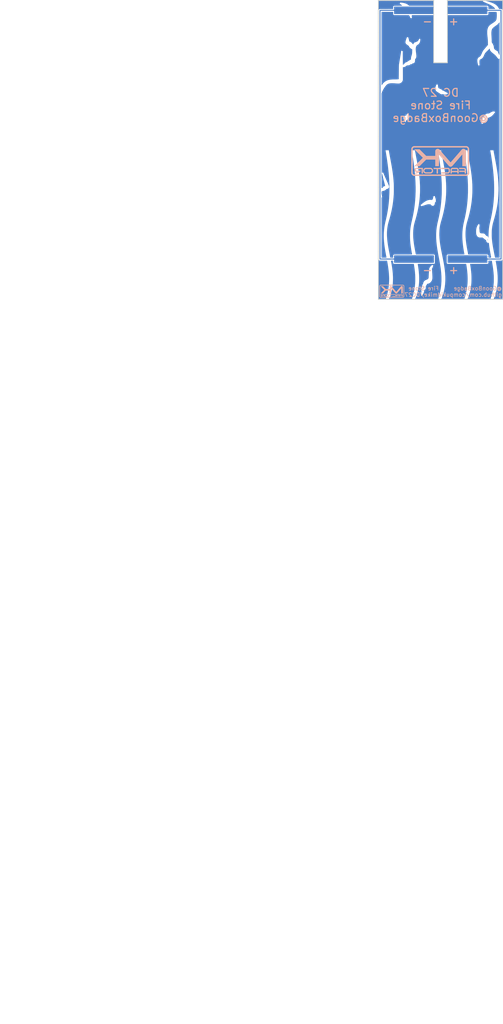
<source format=kicad_pcb>
(kicad_pcb (version 20171130) (host pcbnew "(5.1.2)-1")
  (layers (0 F.Cu signal) (31 B.Cu signal hide) (34 B.Paste user) (35 F.Paste user) (36 B.SilkS user) (37 F.SilkS user) (38 B.Mask user) (39 F.Mask user hide) (44 Edge.Cuts user))
  (net 0 "")
  (net 1 "Net-(BT1-Pad2)")
  (net 2 "Net-(BT1-Pad1)")
  (module FireSide (layer F.Cu) (at -0.0508 0)
    (fp_text reference Ref** hide)
    (fp_text value Val** hide)
    (fp_poly (pts (xy 6.699536 -37.998384) (xy 7.029825 -37.998336) (xy 7.352666 -37.998257) (xy 7.667154 -37.998148) (xy 7.972389 -37.998011) (xy 8.267467 -37.997847) (xy 8.551486 -37.997656) (xy 8.823543 -37.997441) (xy 9.082737 -37.997202) (xy 9.328165 -37.99694) (xy 9.558924 -37.996657) (xy 9.774112 -37.996354) (xy 9.972826 -37.996032) (xy 10.154165 -37.995692) (xy 10.317225 -37.995336) (xy 10.461104 -37.994964) (xy 10.584901 -37.994578) (xy 10.687711 -37.994178) (xy 10.768634 -37.993767) (xy 10.826767 -37.993345) (xy 10.861206 -37.992913) (xy 10.8712 -37.992521) (xy 10.866916 -37.978396) (xy 10.855894 -37.948298) (xy 10.8458 -37.9222) (xy 10.831593 -37.883901) (xy 10.822375 -37.854714) (xy 10.8204 -37.844647) (xy 10.825996 -37.837154) (xy 10.843608 -37.825202) (xy 10.874467 -37.808225) (xy 10.919804 -37.785658) (xy 10.98085 -37.756935) (xy 11.058838 -37.721491) (xy 11.154998 -37.67876) (xy 11.270563 -37.628176) (xy 11.406764 -37.569175) (xy 11.564832 -37.501189) (xy 11.616518 -37.479035) (xy 11.733001 -37.429028) (xy 11.848324 -37.379306) (xy 11.9591 -37.331343) (xy 12.061943 -37.286615) (xy 12.153466 -37.246596) (xy 12.230284 -37.212761) (xy 12.28901 -37.186586) (xy 12.31265 -37.17586) (xy 12.574097 -37.051086) (xy 12.812848 -36.926782) (xy 13.031532 -36.801438) (xy 13.232774 -36.673542) (xy 13.419202 -36.541585) (xy 13.43025 -36.533297) (xy 13.497031 -36.47951) (xy 13.571341 -36.413714) (xy 13.649447 -36.339769) (xy 13.727619 -36.261539) (xy 13.802127 -36.182886) (xy 13.869241 -36.107671) (xy 13.925229 -36.039757) (xy 13.966363 -35.983005) (xy 13.974749 -35.969575) (xy 13.972044 -35.966382) (xy 13.958872 -35.96362) (xy 13.933754 -35.961262) (xy 13.895211 -35.959282) (xy 13.841762 -35.957651) (xy 13.771928 -35.956343) (xy 13.684229 -35.955332) (xy 13.577186 -35.954589) (xy 13.449318 -35.954087) (xy 13.299146 -35.953801) (xy 13.125191 -35.953701) (xy 13.107942 -35.9537) (xy 12.231685 -35.9537) (xy 12.227717 -36.274375) (xy 12.22375 -36.59505) (xy 12.189009 -36.654148) (xy 12.154016 -36.701012) (xy 12.108041 -36.735576) (xy 12.08809 -36.746223) (xy 12.021912 -36.7792) (xy 1.8542 -36.7792) (xy 1.8542 -37.9984) (xy 6.3627 -37.9984) (xy 6.699536 -37.998384)) (layer B.Cu) (width 0.01))
    (fp_poly (pts (xy -1.8415 -36.7792) (xy -8.036989 -36.7792) (xy -8.116972 -36.862494) (xy -8.24799 -36.982402) (xy -8.401875 -37.093516) (xy -8.577488 -37.19534) (xy -8.77369 -37.287378) (xy -8.989341 -37.369135) (xy -9.223302 -37.440113) (xy -9.474434 -37.499818) (xy -9.66139 -37.5349) (xy -9.751629 -37.548665) (xy -9.851969 -37.561612) (xy -9.955667 -37.573068) (xy -10.055975 -37.58236) (xy -10.146151 -37.588813) (xy -10.219448 -37.591756) (xy -10.231975 -37.591865) (xy -10.3357 -37.592) (xy -10.383067 -37.449125) (xy -10.40202 -37.39206) (xy -10.418218 -37.343488) (xy -10.429896 -37.308688) (xy -10.435213 -37.293146) (xy -10.426348 -37.282988) (xy -10.398992 -37.260114) (xy -10.355509 -37.226304) (xy -10.298265 -37.18334) (xy -10.229625 -37.133003) (xy -10.151952 -37.077074) (xy -10.089571 -37.032796) (xy -9.73915 -36.78555) (xy -10.82905 -36.7792) (xy -11.023858 -36.778097) (xy -11.194906 -36.777125) (xy -11.343833 -36.776168) (xy -11.472278 -36.77511) (xy -11.58188 -36.773837) (xy -11.674278 -36.772233) (xy -11.751112 -36.770181) (xy -11.814019 -36.767567) (xy -11.864638 -36.764275) (xy -11.90461 -36.760189) (xy -11.935573 -36.755193) (xy -11.959165 -36.749173) (xy -11.977026 -36.742012) (xy -11.990795 -36.733596) (xy -12.00211 -36.723807) (xy -12.012611 -36.712531) (xy -12.023936 -36.699653) (xy -12.028524 -36.694609) (xy -12.048673 -36.672181) (xy -12.064427 -36.651334) (xy -12.076373 -36.628654) (xy -12.085099 -36.600724) (xy -12.091195 -36.564129) (xy -12.095248 -36.515452) (xy -12.097848 -36.451279) (xy -12.099581 -36.368192) (xy -12.100886 -36.274554) (xy -12.105022 -35.954058) (xy -15.53845 -35.94735) (xy -15.611148 -35.911651) (xy -15.659228 -35.882894) (xy -15.705161 -35.847105) (xy -15.728431 -35.823865) (xy -15.773016 -35.771778) (xy -15.772118 -37.9984) (xy -1.8415 -37.9984) (xy -1.8415 -36.7792)) (layer B.Cu) (width 0.01))
    (fp_poly (pts (xy 15.785276 -36.8808) (xy 15.785359 -36.714749) (xy 15.785371 -36.556162) (xy 15.785314 -36.40685) (xy 15.785193 -36.268625) (xy 15.785012 -36.1433) (xy 15.784774 -36.032685) (xy 15.784482 -35.938592) (xy 15.784142 -35.862834) (xy 15.783756 -35.807222) (xy 15.783329 -35.773568) (xy 15.782913 -35.76355) (xy 15.774155 -35.772925) (xy 15.756046 -35.795973) (xy 15.74859 -35.805916) (xy 15.688358 -35.867309) (xy 15.610699 -35.915292) (xy 15.566581 -35.933121) (xy 15.540711 -35.940224) (xy 15.508248 -35.945567) (xy 15.46555 -35.949368) (xy 15.408976 -35.951844) (xy 15.334883 -35.953213) (xy 15.239631 -35.953692) (xy 15.221933 -35.9537) (xy 14.938055 -35.9537) (xy 14.897979 -36.05312) (xy 14.805759 -36.248517) (xy 14.68991 -36.436727) (xy 14.551481 -36.616567) (xy 14.391523 -36.786859) (xy 14.211084 -36.946421) (xy 14.011216 -37.094073) (xy 13.918693 -37.154149) (xy 13.78136 -37.235767) (xy 13.636118 -37.313813) (xy 13.481121 -37.388973) (xy 13.314522 -37.461934) (xy 13.134475 -37.533381) (xy 12.939134 -37.604002) (xy 12.726653 -37.674482) (xy 12.495185 -37.745508) (xy 12.242884 -37.817767) (xy 11.967903 -37.891944) (xy 11.85545 -37.921198) (xy 11.56335 -37.996478) (xy 13.673912 -37.997439) (xy 15.784475 -37.9984) (xy 15.785276 -36.8808)) (layer B.Cu) (width 0.01))
    (fp_poly (pts (xy 15.0749 -28.361528) (xy 15.074887 -28.034806) (xy 15.074849 -27.714658) (xy 15.074786 -27.402015) (xy 15.074701 -27.097807) (xy 15.074594 -26.802963) (xy 15.074465 -26.518415) (xy 15.074315 -26.245091) (xy 15.074147 -25.983922) (xy 15.07396 -25.735839) (xy 15.073755 -25.501771) (xy 15.073534 -25.282648) (xy 15.073298 -25.0794) (xy 15.073046 -24.892959) (xy 15.072781 -24.724252) (xy 15.072504 -24.574212) (xy 15.072214 -24.443767) (xy 15.071914 -24.333848) (xy 15.071604 -24.245385) (xy 15.071286 -24.179308) (xy 15.070959 -24.136547) (xy 15.070625 -24.118033) (xy 15.070544 -24.1173) (xy 15.064062 -24.128238) (xy 15.048055 -24.159039) (xy 15.024033 -24.206691) (xy 14.993502 -24.268179) (xy 14.957972 -24.340487) (xy 14.922843 -24.412575) (xy 14.877734 -24.507625) (xy 14.834229 -24.603236) (xy 14.794613 -24.694121) (xy 14.761174 -24.774989) (xy 14.736194 -24.840551) (xy 14.729436 -24.860228) (xy 14.708044 -24.922572) (xy 14.686834 -24.979595) (xy 14.66826 -25.02498) (xy 14.654803 -25.052363) (xy 14.619194 -25.099079) (xy 14.568642 -25.146726) (xy 14.500553 -25.197327) (xy 14.412335 -25.252906) (xy 14.356993 -25.284814) (xy 14.205329 -25.373302) (xy 14.076172 -25.455755) (xy 13.967755 -25.533627) (xy 13.878315 -25.60837) (xy 13.806085 -25.681437) (xy 13.749301 -25.754282) (xy 13.713034 -25.814849) (xy 13.685797 -25.869679) (xy 13.665805 -25.91833) (xy 13.651408 -25.967434) (xy 13.640953 -26.023622) (xy 13.632791 -26.093527) (xy 13.627099 -26.159972) (xy 13.609123 -26.313569) (xy 13.578906 -26.463856) (xy 13.53524 -26.613893) (xy 13.476922 -26.766741) (xy 13.402746 -26.92546) (xy 13.311506 -27.093111) (xy 13.201998 -27.272754) (xy 13.168287 -27.325023) (xy 13.0683 -27.478395) (xy 13.0683 -27.826999) (xy 13.06654 -28.003328) (xy 13.061138 -28.189635) (xy 13.051906 -28.390668) (xy 13.038659 -28.611178) (xy 13.035955 -28.651527) (xy 13.018553 -28.92428) (xy 13.005144 -29.173377) (xy 12.995805 -29.400257) (xy 12.990616 -29.60636) (xy 12.989651 -29.793127) (xy 12.99299 -29.961997) (xy 13.00071 -30.11441) (xy 13.012888 -30.251806) (xy 13.029601 -30.375625) (xy 13.050927 -30.487307) (xy 13.076943 -30.588291) (xy 13.107728 -30.680018) (xy 13.143358 -30.763928) (xy 13.150359 -30.77845) (xy 13.190213 -30.853257) (xy 13.235648 -30.925516) (xy 13.288367 -30.996831) (xy 13.350077 -31.068803) (xy 13.422482 -31.143036) (xy 13.507288 -31.221131) (xy 13.6062 -31.304692) (xy 13.720923 -31.39532) (xy 13.853161 -31.494619) (xy 14.00462 -31.60419) (xy 14.10335 -31.674066) (xy 14.18616 -31.732729) (xy 14.269756 -31.792743) (xy 14.34953 -31.850742) (xy 14.420871 -31.903359) (xy 14.479172 -31.947227) (xy 14.50975 -31.970922) (xy 14.644042 -32.084513) (xy 14.768983 -32.204776) (xy 14.880709 -32.327544) (xy 14.975361 -32.44865) (xy 15.032039 -32.53458) (xy 15.0749 -32.605756) (xy 15.0749 -28.361528)) (layer B.Cu) (width 0.01))
    (fp_poly (pts (xy 12.009014 22.722288) (xy 12.013787 22.727002) (xy 12.025506 22.740894) (xy 12.031922 22.757388) (xy 12.033587 22.782478) (xy 12.03105 22.82216) (xy 12.026589 22.86635) (xy 12.017643 22.942544) (xy 12.00979 22.993564) (xy 12.003113 23.019378) (xy 11.997697 23.019957) (xy 11.993624 22.995272) (xy 11.990978 22.945293) (xy 11.989891 22.879402) (xy 11.989561 22.809349) (xy 11.989935 22.761329) (xy 11.991539 22.731979) (xy 11.994902 22.717932) (xy 12.000551 22.715823) (xy 12.009014 22.722288)) (layer B.Cu) (width 0.01))
    (fp_poly (pts (xy 15.7857 32.982027) (xy 15.78566 33.335698) (xy 15.785584 33.683001) (xy 15.785473 34.023067) (xy 15.785329 34.355031) (xy 15.785152 34.678024) (xy 15.784944 34.991178) (xy 15.784707 35.293628) (xy 15.784442 35.584504) (xy 15.78415 35.862941) (xy 15.783832 36.128069) (xy 15.783491 36.379023) (xy 15.783126 36.614934) (xy 15.78274 36.834936) (xy 15.782334 37.03816) (xy 15.781909 37.223739) (xy 15.781467 37.390807) (xy 15.781008 37.538496) (xy 15.780535 37.665937) (xy 15.780048 37.772265) (xy 15.779549 37.85661) (xy 15.779039 37.918107) (xy 15.77852 37.955888) (xy 15.778024 37.969004) (xy 15.770646 37.9984) (xy 13.58937 37.9984) (xy 13.613285 37.938075) (xy 13.628143 37.90078) (xy 13.649303 37.847908) (xy 13.673567 37.787437) (xy 13.690872 37.7444) (xy 13.803478 37.450884) (xy 13.912989 37.138594) (xy 14.01737 36.814134) (xy 14.114589 36.484106) (xy 14.202611 36.155116) (xy 14.279403 35.833766) (xy 14.279744 35.832244) (xy 14.364357 35.424187) (xy 14.436197 35.013668) (xy 14.495237 34.599363) (xy 14.541451 34.179951) (xy 14.574812 33.754107) (xy 14.595296 33.320509) (xy 14.602876 32.877833) (xy 14.597526 32.424757) (xy 14.579219 31.959958) (xy 14.54793 31.482113) (xy 14.503632 30.989898) (xy 14.4463 30.481991) (xy 14.375907 29.957068) (xy 14.292428 29.413806) (xy 14.195836 28.850884) (xy 14.135721 28.525052) (xy 14.120589 28.443908) (xy 14.107219 28.370224) (xy 14.096306 28.307993) (xy 14.088546 28.26121) (xy 14.084633 28.233872) (xy 14.0843 28.22944) (xy 14.08517 28.224455) (xy 14.089076 28.220235) (xy 14.097959 28.21672) (xy 14.11376 28.213847) (xy 14.13842 28.211556) (xy 14.173881 28.209787) (xy 14.222085 28.208477) (xy 14.284972 28.207565) (xy 14.364485 28.206992) (xy 14.462564 28.206694) (xy 14.58115 28.206613) (xy 14.722186 28.206685) (xy 14.805025 28.206764) (xy 14.958163 28.206701) (xy 15.098153 28.206202) (xy 15.22328 28.205295) (xy 15.331828 28.204005) (xy 15.422081 28.202359) (xy 15.492325 28.200382) (xy 15.540843 28.1981) (xy 15.565921 28.195541) (xy 15.567475 28.195158) (xy 15.64602 28.159348) (xy 15.718387 28.10146) (xy 15.741381 28.076571) (xy 15.785999 28.024445) (xy 15.7857 32.982027)) (layer B.Cu) (width 0.01))
    (fp_poly (pts (xy 12.757308 28.206908) (xy 12.849701 28.2075) (xy 12.930569 28.208426) (xy 12.996972 28.209635) (xy 13.045969 28.211077) (xy 13.07462 28.212701) (xy 13.081 28.213954) (xy 13.083139 28.227729) (xy 13.089219 28.263597) (xy 13.098731 28.318644) (xy 13.111168 28.389955) (xy 13.126021 28.474615) (xy 13.142782 28.56971) (xy 13.157435 28.652531) (xy 13.221824 29.022625) (xy 13.279918 29.371286) (xy 13.332108 29.701585) (xy 13.378785 30.016595) (xy 13.420339 30.319388) (xy 13.457161 30.613033) (xy 13.489642 30.900604) (xy 13.518171 31.185172) (xy 13.54314 31.469809) (xy 13.564938 31.757585) (xy 13.578731 31.9659) (xy 13.582773 32.046682) (xy 13.586233 32.14811) (xy 13.589112 32.266862) (xy 13.591409 32.399618) (xy 13.593124 32.543056) (xy 13.594256 32.693855) (xy 13.594807 32.848693) (xy 13.594774 33.004251) (xy 13.594159 33.157205) (xy 13.592961 33.304237) (xy 13.59118 33.442023) (xy 13.588816 33.567243) (xy 13.585868 33.676577) (xy 13.582337 33.766702) (xy 13.578823 33.82645) (xy 13.542659 34.263501) (xy 13.499745 34.679835) (xy 13.449312 35.079417) (xy 13.390591 35.466215) (xy 13.322813 35.844196) (xy 13.245209 36.217328) (xy 13.157011 36.589576) (xy 13.057449 36.964909) (xy 12.945755 37.347294) (xy 12.82116 37.740698) (xy 12.818903 37.747575) (xy 12.736522 37.9984) (xy 9.822661 37.9984) (xy 9.552487 37.998377) (xy 9.289081 37.99831) (xy 9.033564 37.998201) (xy 8.787059 37.998051) (xy 8.550688 37.997864) (xy 8.325574 37.99764) (xy 8.11284 37.997383) (xy 7.913608 37.997094) (xy 7.729001 37.996774) (xy 7.56014 37.996427) (xy 7.408149 37.996054) (xy 7.27415 37.995658) (xy 7.159265 37.995239) (xy 7.064618 37.994801) (xy 6.99133 37.994345) (xy 6.940524 37.993874) (xy 6.913323 37.993389) (xy 6.9088 37.993093) (xy 6.91326 37.980273) (xy 6.925767 37.947227) (xy 6.94501 37.897341) (xy 6.969679 37.834001) (xy 6.998463 37.760593) (xy 7.015687 37.716868) (xy 7.201853 37.212981) (xy 7.367966 36.696735) (xy 7.512933 36.172202) (xy 7.635661 35.643457) (xy 7.735057 35.114574) (xy 7.764906 34.925) (xy 7.803455 34.651399) (xy 7.835524 34.388624) (xy 7.861485 34.131364) (xy 7.881713 33.87431) (xy 7.896578 33.612152) (xy 7.906454 33.339578) (xy 7.911714 33.051278) (xy 7.912854 32.81732) (xy 7.911349 32.552003) (xy 7.906728 32.298775) (xy 7.898695 32.053171) (xy 7.886952 31.810728) (xy 7.8712 31.56698) (xy 7.851142 31.317463) (xy 7.82648 31.057712) (xy 7.796916 30.783262) (xy 7.762153 30.48965) (xy 7.752292 30.41015) (xy 7.739566 30.311819) (xy 7.724266 30.199205) (xy 7.706935 30.075887) (xy 7.688117 29.945444) (xy 7.668356 29.811452) (xy 7.648197 29.677491) (xy 7.628183 29.547139) (xy 7.608858 29.423974) (xy 7.590767 29.311574) (xy 7.574452 29.213517) (xy 7.560459 29.133382) (xy 7.549332 29.074747) (xy 7.549093 29.073578) (xy 7.540666 29.032407) (xy 9.808005 29.029128) (xy 12.075344 29.02585) (xy 12.124147 28.986403) (xy 12.152615 28.962755) (xy 12.175071 28.940897) (xy 12.192269 28.917526) (xy 12.204965 28.889337) (xy 12.213916 28.853027) (xy 12.219877 28.805293) (xy 12.223603 28.742831) (xy 12.225852 28.662336) (xy 12.227377 28.560506) (xy 12.227705 28.533725) (xy 12.23166 28.2067) (xy 12.65633 28.2067) (xy 12.757308 28.206908)) (layer B.Cu) (width 0.01))
    (fp_poly (pts (xy -12.10279 -34.915475) (xy -12.102126 -34.828605) (xy -12.100439 -34.74697) (xy -12.097908 -34.675131) (xy -12.09471 -34.617653) (xy -12.091021 -34.579098) (xy -12.08937 -34.569655) (xy -12.059858 -34.495774) (xy -12.009588 -34.435529) (xy -11.95949 -34.401008) (xy -11.90625 -34.37255) (xy -9.97585 -34.368334) (xy -8.04545 -34.364117) (xy -7.85495 -33.980984) (xy -7.66445 -33.59785) (xy -7.496175 -33.594307) (xy -7.3279 -33.590763) (xy -7.3279 -34.3662) (xy -1.841423 -34.3662) (xy -1.84154 -28.275862) (xy -1.841524 -27.759611) (xy -1.841456 -27.264869) (xy -1.841336 -26.791817) (xy -1.841165 -26.340637) (xy -1.840943 -25.911509) (xy -1.840671 -25.504615) (xy -1.840348 -25.120137) (xy -1.839975 -24.758254) (xy -1.839553 -24.41915) (xy -1.839082 -24.103004) (xy -1.838562 -23.809998) (xy -1.837994 -23.540314) (xy -1.837377 -23.294132) (xy -1.836713 -23.071635) (xy -1.836002 -22.873002) (xy -1.835244 -22.698416) (xy -1.834439 -22.548057) (xy -1.833588 -22.422108) (xy -1.832691 -22.320748) (xy -1.831749 -22.24416) (xy -1.830762 -22.192525) (xy -1.82973 -22.166023) (xy -1.829232 -22.162306) (xy -1.809302 -22.139116) (xy -1.796365 -22.131245) (xy -1.781457 -22.130318) (xy -1.742605 -22.129422) (xy -1.681263 -22.128564) (xy -1.598886 -22.12775) (xy -1.496931 -22.126986) (xy -1.376852 -22.126278) (xy -1.240104 -22.125633) (xy -1.088142 -22.125057) (xy -0.922422 -22.124556) (xy -0.744399 -22.124137) (xy -0.555528 -22.123806) (xy -0.357265 -22.123569) (xy -0.151064 -22.123433) (xy 0.011343 -22.1234) (xy 0.259811 -22.123404) (xy 0.484135 -22.123427) (xy 0.685569 -22.123487) (xy 0.865369 -22.123602) (xy 1.024792 -22.12379) (xy 1.165092 -22.124068) (xy 1.287525 -22.124456) (xy 1.393346 -22.12497) (xy 1.483811 -22.125629) (xy 1.560175 -22.12645) (xy 1.623695 -22.127451) (xy 1.675624 -22.128651) (xy 1.717219 -22.130067) (xy 1.749736 -22.131717) (xy 1.774429 -22.13362) (xy 1.792554 -22.135792) (xy 1.805367 -22.138252) (xy 1.814123 -22.141018) (xy 1.820078 -22.144107) (xy 1.824487 -22.147538) (xy 1.826405 -22.149295) (xy 1.846625 -22.174971) (xy 1.854239 -22.19692) (xy 1.854241 -22.210902) (xy 1.854243 -22.249502) (xy 1.854245 -22.31194) (xy 1.854246 -22.397434) (xy 1.854247 -22.505203) (xy 1.854248 -22.634467) (xy 1.854248 -23.143408) (xy 1.854247 -23.350835) (xy 1.854246 -23.57585) (xy 1.854245 -23.817672) (xy 1.854243 -24.075519) (xy 1.854241 -24.34861) (xy 1.854239 -24.636165) (xy 1.854236 -24.937401) (xy 1.854234 -25.251538) (xy 1.85423 -25.577795) (xy 1.854227 -25.915389) (xy 1.854224 -26.263541) (xy 1.85422 -26.621469) (xy 1.854216 -26.988391) (xy 1.854211 -27.363526) (xy 1.854206 -27.746094) (xy 1.854202 -28.135313) (xy 1.8542 -28.292332) (xy 1.854121 -34.366014) (xy 6.943685 -34.369282) (xy 7.373802 -34.369564) (xy 7.779246 -34.369845) (xy 8.160746 -34.370126) (xy 8.519029 -34.370413) (xy 8.854823 -34.370707) (xy 9.168856 -34.371013) (xy 9.461856 -34.371334) (xy 9.73455 -34.371673) (xy 9.987667 -34.372033) (xy 10.221933 -34.372418) (xy 10.438077 -34.372831) (xy 10.636827 -34.373276) (xy 10.81891 -34.373756) (xy 10.985054 -34.374273) (xy 11.135987 -34.374833) (xy 11.272437 -34.375437) (xy 11.395131 -34.37609) (xy 11.504798 -34.376794) (xy 11.602164 -34.377553) (xy 11.687958 -34.37837) (xy 11.762908 -34.379249) (xy 11.827741 -34.380193) (xy 11.883185 -34.381205) (xy 11.929968 -34.382289) (xy 11.968818 -34.383448) (xy 12.000462 -34.384685) (xy 12.025629 -34.386004) (xy 12.045045 -34.387408) (xy 12.059439 -34.3889) (xy 12.069539 -34.390484) (xy 12.076072 -34.392163) (xy 12.077898 -34.392884) (xy 12.129531 -34.42706) (xy 12.175894 -34.476428) (xy 12.208986 -34.531741) (xy 12.216636 -34.553178) (xy 12.220624 -34.580331) (xy 12.224098 -34.628951) (xy 12.226906 -34.695109) (xy 12.228898 -34.774876) (xy 12.229923 -34.864321) (xy 12.230029 -34.902775) (xy 12.2301 -35.2044) (xy 13.257944 -35.2044) (xy 13.443832 -35.204376) (xy 13.605952 -35.204281) (xy 13.745936 -35.204079) (xy 13.865414 -35.203736) (xy 13.96602 -35.203216) (xy 14.049384 -35.202485) (xy 14.117139 -35.201507) (xy 14.170916 -35.200247) (xy 14.212346 -35.198671) (xy 14.243062 -35.196743) (xy 14.264695 -35.194428) (xy 14.278878 -35.191691) (xy 14.28724 -35.188497) (xy 14.291416 -35.184811) (xy 14.292645 -35.182175) (xy 14.30134 -35.144804) (xy 14.311231 -35.087119) (xy 14.321668 -35.01414) (xy 14.332001 -34.930888) (xy 14.341579 -34.842381) (xy 14.349752 -34.753639) (xy 14.352286 -34.7218) (xy 14.359148 -34.588949) (xy 14.361441 -34.435949) (xy 14.359293 -34.267614) (xy 14.352826 -34.08876) (xy 14.342168 -33.904199) (xy 14.327444 -33.718745) (xy 14.32567 -33.69945) (xy 14.312781 -33.571972) (xy 14.299541 -33.466024) (xy 14.285093 -33.377742) (xy 14.268582 -33.303263) (xy 14.249149 -33.238721) (xy 14.225939 -33.180253) (xy 14.198109 -33.12402) (xy 14.151383 -33.044227) (xy 14.098564 -32.968076) (xy 14.037672 -32.893807) (xy 13.966727 -32.819658) (xy 13.883751 -32.743869) (xy 13.786764 -32.664678) (xy 13.673785 -32.580325) (xy 13.542836 -32.489049) (xy 13.391938 -32.389088) (xy 13.319488 -32.342397) (xy 13.198025 -32.264475) (xy 13.095392 -32.198142) (xy 13.00887 -32.14154) (xy 12.935742 -32.092809) (xy 12.87329 -32.050092) (xy 12.818795 -32.01153) (xy 12.76954 -31.975264) (xy 12.722806 -31.939436) (xy 12.676944 -31.903047) (xy 12.52796 -31.773118) (xy 12.398169 -31.637498) (xy 12.28625 -31.493711) (xy 12.190882 -31.339278) (xy 12.110744 -31.171722) (xy 12.044516 -30.988564) (xy 11.990876 -30.787328) (xy 11.948505 -30.565535) (xy 11.942155 -30.52445) (xy 11.935263 -30.473263) (xy 11.929846 -30.419829) (xy 11.92575 -30.360392) (xy 11.922823 -30.291195) (xy 11.920915 -30.208483) (xy 11.919871 -30.108498) (xy 11.919542 -29.987483) (xy 11.919546 -29.96565) (xy 11.91969 -29.870415) (xy 11.920165 -29.786183) (xy 11.92118 -29.709858) (xy 11.922943 -29.63834) (xy 11.925663 -29.568529) (xy 11.929548 -29.497328) (xy 11.934808 -29.421637) (xy 11.941651 -29.338358) (xy 11.950285 -29.244392) (xy 11.960921 -29.136639) (xy 11.973765 -29.012002) (xy 11.989027 -28.86738) (xy 12.00124 -28.7528) (xy 12.01785 -28.595261) (xy 12.03192 -28.456251) (xy 12.043732 -28.331258) (xy 12.053571 -28.215771) (xy 12.06172 -28.105278) (xy 12.068464 -27.995268) (xy 12.074087 -27.881228) (xy 12.078872 -27.758648) (xy 12.083104 -27.623016) (xy 12.087067 -27.469819) (xy 12.08998 -27.3431) (xy 12.101942 -26.80335) (xy 12.072277 -26.7589) (xy 12.058944 -26.741676) (xy 12.030492 -26.706988) (xy 11.98841 -26.65659) (xy 11.934183 -26.592236) (xy 11.869302 -26.515682) (xy 11.795253 -26.428681) (xy 11.713525 -26.332988) (xy 11.625605 -26.230357) (xy 11.532982 -26.122544) (xy 11.506824 -26.09215) (xy 11.4112 -25.980665) (xy 11.318496 -25.871778) (xy 11.230396 -25.76752) (xy 11.148587 -25.669922) (xy 11.074752 -25.581014) (xy 11.010577 -25.502827) (xy 10.957747 -25.437392) (xy 10.917947 -25.386738) (xy 10.892861 -25.352898) (xy 10.89034 -25.3492) (xy 10.826235 -25.246399) (xy 10.760405 -25.126748) (xy 10.691801 -24.988155) (xy 10.619376 -24.828525) (xy 10.559864 -24.6888) (xy 10.485228 -24.514006) (xy 10.415555 -24.361532) (xy 10.349265 -24.229158) (xy 10.284777 -24.114659) (xy 10.220512 -24.015816) (xy 10.154889 -23.930405) (xy 10.08633 -23.856204) (xy 10.013253 -23.790992) (xy 9.93408 -23.732545) (xy 9.84723 -23.678643) (xy 9.83785 -23.673297) (xy 9.718164 -23.593745) (xy 9.616958 -23.500613) (xy 9.534034 -23.393251) (xy 9.469195 -23.271013) (xy 9.422242 -23.13325) (xy 9.392977 -22.979315) (xy 9.381202 -22.808559) (xy 9.386719 -22.620335) (xy 9.409329 -22.413995) (xy 9.424136 -22.32025) (xy 9.434738 -22.263221) (xy 9.450084 -22.187335) (xy 9.468927 -22.098422) (xy 9.490019 -22.002307) (xy 9.512115 -21.90482) (xy 9.52331 -21.8567) (xy 9.5964 -21.54555) (xy 9.9733 -21.5385) (xy 9.965579 -21.770625) (xy 9.961884 -21.86834) (xy 9.956969 -21.979416) (xy 9.95138 -22.092425) (xy 9.945665 -22.195937) (xy 9.943515 -22.23135) (xy 9.936751 -22.405827) (xy 9.93929 -22.562788) (xy 9.950969 -22.700949) (xy 9.971627 -22.81903) (xy 10.0011 -22.915746) (xy 10.039227 -22.989816) (xy 10.039539 -22.990274) (xy 10.057289 -23.012069) (xy 10.081725 -23.033023) (xy 10.116979 -23.055794) (xy 10.167184 -23.083039) (xy 10.236473 -23.117413) (xy 10.239899 -23.11907) (xy 10.370512 -23.186809) (xy 10.487435 -23.258121) (xy 10.592655 -23.335408) (xy 10.688162 -23.42107) (xy 10.775944 -23.517509) (xy 10.857989 -23.627125) (xy 10.936286 -23.752321) (xy 11.012824 -23.895496) (xy 11.089589 -24.059052) (xy 11.164627 -24.235708) (xy 11.207491 -24.337681) (xy 11.249436 -24.429938) (xy 11.292315 -24.514862) (xy 11.337978 -24.594835) (xy 11.388277 -24.672242) (xy 11.445062 -24.749464) (xy 11.510185 -24.828885) (xy 11.585498 -24.912889) (xy 11.67285 -25.003857) (xy 11.774094 -25.104174) (xy 11.891081 -25.216222) (xy 12.020773 -25.337834) (xy 12.097508 -25.409898) (xy 12.176785 -25.485447) (xy 12.254041 -25.560055) (xy 12.324714 -25.629296) (xy 12.384242 -25.688743) (xy 12.415327 -25.720587) (xy 12.556104 -25.867057) (xy 12.570739 -25.757354) (xy 12.592803 -25.625285) (xy 12.62292 -25.508651) (xy 12.663551 -25.402737) (xy 12.717159 -25.302825) (xy 12.786206 -25.2042) (xy 12.873153 -25.102145) (xy 12.959489 -25.012637) (xy 13.015071 -24.959824) (xy 13.08776 -24.894567) (xy 13.174284 -24.819586) (xy 13.271372 -24.737598) (xy 13.375753 -24.651324) (xy 13.484156 -24.563481) (xy 13.593309 -24.47679) (xy 13.699941 -24.393968) (xy 13.746686 -24.358341) (xy 13.812323 -24.306515) (xy 13.876411 -24.251129) (xy 13.941067 -24.189875) (xy 14.008408 -24.120445) (xy 14.080551 -24.040529) (xy 14.159613 -23.94782) (xy 14.24771 -23.840009) (xy 14.346959 -23.714788) (xy 14.404435 -23.64105) (xy 14.49096 -23.530562) (xy 14.56966 -23.432136) (xy 14.639413 -23.347079) (xy 14.699102 -23.2767) (xy 14.747606 -23.222307) (xy 14.783807 -23.185208) (xy 14.806584 -23.16671) (xy 14.812009 -23.1648) (xy 14.834243 -23.172647) (xy 14.869717 -23.193508) (xy 14.912828 -23.223368) (xy 14.957972 -23.258211) (xy 14.999544 -23.29402) (xy 15.02007 -23.313916) (xy 15.0749 -23.370332) (xy 15.0749 27.457658) (xy 14.500492 27.454354) (xy 13.926085 27.45105) (xy 13.80211 26.84145) (xy 13.72342 26.451988) (xy 13.650519 26.085674) (xy 13.583177 25.740978) (xy 13.521162 25.416373) (xy 13.464245 25.11033) (xy 13.412193 24.821319) (xy 13.364776 24.547813) (xy 13.321763 24.288283) (xy 13.282922 24.0412) (xy 13.248024 23.805036) (xy 13.216836 23.578261) (xy 13.189129 23.359348) (xy 13.164671 23.146767) (xy 13.14323 22.938991) (xy 13.124577 22.73449) (xy 13.10848 22.531735) (xy 13.094709 22.329199) (xy 13.083031 22.125352) (xy 13.079743 22.060503) (xy 13.075538 21.951517) (xy 13.072577 21.824198) (xy 13.07081 21.68259) (xy 13.07019 21.530736) (xy 13.070666 21.372681) (xy 13.072189 21.212467) (xy 13.074712 21.054139) (xy 13.078185 20.901741) (xy 13.082559 20.759316) (xy 13.087785 20.630908) (xy 13.093814 20.520561) (xy 13.09927 20.447) (xy 13.132905 20.105238) (xy 13.173231 19.782027) (xy 13.221444 19.471116) (xy 13.278742 19.166257) (xy 13.346322 18.861201) (xy 13.425379 18.549699) (xy 13.51711 18.225502) (xy 13.538269 18.15465) (xy 13.75465 17.409231) (xy 13.95061 16.676977) (xy 14.126343 15.956216) (xy 14.282044 15.245275) (xy 14.417907 14.542482) (xy 14.534127 13.846164) (xy 14.630897 13.154649) (xy 14.708414 12.466263) (xy 14.76687 11.779335) (xy 14.80646 11.092191) (xy 14.827379 10.40316) (xy 14.829822 9.710569) (xy 14.813982 9.012745) (xy 14.780054 8.308016) (xy 14.743731 7.7851) (xy 14.721318 7.51227) (xy 14.696798 7.240594) (xy 14.669925 6.96839) (xy 14.640452 6.693977) (xy 14.608134 6.415675) (xy 14.572726 6.131801) (xy 14.53398 5.840676) (xy 14.49165 5.540618) (xy 14.445492 5.229946) (xy 14.395259 4.906979) (xy 14.340705 4.570036) (xy 14.281584 4.217435) (xy 14.21765 3.847497) (xy 14.148657 3.458539) (xy 14.07436 3.048882) (xy 13.994511 2.616843) (xy 13.962343 2.44475) (xy 13.910467 2.167982) (xy 13.863075 1.91505) (xy 13.819958 1.684828) (xy 13.780905 1.476188) (xy 13.745707 1.288004) (xy 13.714154 1.11915) (xy 13.686035 0.968499) (xy 13.661142 0.834924) (xy 13.639265 0.717299) (xy 13.620192 0.614497) (xy 13.603715 0.525391) (xy 13.589624 0.448856) (xy 13.577709 0.383764) (xy 13.56776 0.328988) (xy 13.559567 0.283403) (xy 13.556032 0.263525) (xy 13.520604 0.0635) (xy 12.674116 0.0635) (xy 12.680937 0.092075) (xy 12.686199 0.118014) (xy 12.695093 0.166456) (xy 12.70719 0.234831) (xy 12.722058 0.320569) (xy 12.739269 0.421099) (xy 12.758392 0.533851) (xy 12.778995 0.656255) (xy 12.800651 0.785741) (xy 12.822927 0.919739) (xy 12.845394 1.055679) (xy 12.867621 1.19099) (xy 12.88918 1.323102) (xy 12.909638 1.449446) (xy 12.928566 1.567451) (xy 12.940823 1.64465) (xy 13.06279 2.440751) (xy 13.173689 3.215219) (xy 13.273583 3.96925) (xy 13.362531 4.704044) (xy 13.440594 5.420798) (xy 13.507833 6.12071) (xy 13.56431 6.804979) (xy 13.610085 7.474804) (xy 13.64522 8.131381) (xy 13.669774 8.77591) (xy 13.683809 9.409588) (xy 13.687386 10.033614) (xy 13.680566 10.649186) (xy 13.66341 11.257502) (xy 13.635978 11.859761) (xy 13.598332 12.45716) (xy 13.550533 13.050898) (xy 13.531345 13.2588) (xy 13.464193 13.897635) (xy 13.384713 14.532914) (xy 13.2923 15.168182) (xy 13.186348 15.80698) (xy 13.066251 16.452855) (xy 12.931403 17.109349) (xy 12.781198 17.780006) (xy 12.698949 18.126715) (xy 12.60562 18.528457) (xy 12.524319 18.912562) (xy 12.454512 19.28347) (xy 12.395664 19.645619) (xy 12.347242 20.003448) (xy 12.308712 20.361396) (xy 12.279539 20.723903) (xy 12.25919 21.095407) (xy 12.24713 21.480348) (xy 12.242825 21.883165) (xy 12.2428 21.917994) (xy 12.242693 22.051129) (xy 12.24233 22.160877) (xy 12.241643 22.24925) (xy 12.240567 22.31826) (xy 12.239035 22.36992) (xy 12.236982 22.406241) (xy 12.234341 22.429236) (xy 12.231047 22.440917) (xy 12.227032 22.443297) (xy 12.225561 22.442403) (xy 12.215225 22.4214) (xy 12.206731 22.379595) (xy 12.201473 22.32817) (xy 12.188417 22.234715) (xy 12.161431 22.156761) (xy 12.117465 22.086856) (xy 12.089087 22.053596) (xy 12.007962 21.983496) (xy 11.915169 21.935593) (xy 11.812941 21.91087) (xy 11.756302 21.9075) (xy 11.741248 21.905771) (xy 11.725097 21.899279) (xy 11.705974 21.88606) (xy 11.682006 21.864153) (xy 11.651321 21.831595) (xy 11.612045 21.786425) (xy 11.562304 21.726681) (xy 11.500226 21.6504) (xy 11.442983 21.579339) (xy 11.383182 21.506977) (xy 11.328235 21.446568) (xy 11.275071 21.396958) (xy 11.220621 21.356992) (xy 11.161813 21.325519) (xy 11.095579 21.301384) (xy 11.018848 21.283434) (xy 10.92855 21.270515) (xy 10.821615 21.261475) (xy 10.694973 21.25516) (xy 10.569199 21.251064) (xy 10.286249 21.243157) (xy 10.140574 21.115437) (xy 10.079493 21.060711) (xy 10.036523 21.019237) (xy 10.009621 20.988809) (xy 9.996745 20.967219) (xy 9.9949 20.957962) (xy 9.993792 20.93467) (xy 9.990674 20.889683) (xy 9.985856 20.826603) (xy 9.979644 20.74903) (xy 9.972349 20.660565) (xy 9.964277 20.564806) (xy 9.955738 20.465355) (xy 9.94704 20.365811) (xy 9.938492 20.269776) (xy 9.930402 20.180849) (xy 9.923078 20.102631) (xy 9.916828 20.038722) (xy 9.912998 20.002032) (xy 9.90641 19.939535) (xy 9.902627 19.89139) (xy 9.902026 19.850526) (xy 9.904982 19.809873) (xy 9.911872 19.762359) (xy 9.923071 19.700913) (xy 9.931279 19.658229) (xy 9.945087 19.582615) (xy 9.955171 19.515421) (xy 9.962211 19.449321) (xy 9.966886 19.376991) (xy 9.969876 19.291105) (xy 9.971174 19.228269) (xy 9.975401 18.982893) (xy 9.842915 18.940987) (xy 9.785838 18.923098) (xy 9.735369 18.90758) (xy 9.697897 18.896381) (xy 9.682131 18.891978) (xy 9.66949 18.891476) (xy 9.65594 18.898537) (xy 9.638895 18.916186) (xy 9.615769 18.947445) (xy 9.583973 18.99534) (xy 9.555123 19.040463) (xy 9.450594 19.214054) (xy 9.361733 19.382031) (xy 9.287177 19.548667) (xy 9.225562 19.71824) (xy 9.175525 19.895024) (xy 9.135702 20.083295) (xy 9.104729 20.287329) (xy 9.081243 20.511402) (xy 9.079539 20.531613) (xy 9.072619 20.643388) (xy 9.069104 20.765613) (xy 9.068832 20.892887) (xy 9.071644 21.019811) (xy 9.077379 21.140983) (xy 9.085878 21.251004) (xy 9.096979 21.344473) (xy 9.105076 21.391636) (xy 9.148104 21.566146) (xy 9.203273 21.72004) (xy 9.27163 21.855549) (xy 9.354221 21.974907) (xy 9.406648 22.035067) (xy 9.502042 22.124094) (xy 9.604695 22.19491) (xy 9.719686 22.25034) (xy 9.852096 22.293202) (xy 9.887307 22.301999) (xy 9.922021 22.309488) (xy 9.958097 22.31534) (xy 9.999241 22.319763) (xy 10.049157 22.322962) (xy 10.111549 22.325144) (xy 10.190122 22.326516) (xy 10.28858 22.327283) (xy 10.344979 22.3275) (xy 10.438132 22.327533) (xy 10.523502 22.327093) (xy 10.597637 22.326236) (xy 10.657087 22.325017) (xy 10.6984 22.323491) (xy 10.718125 22.321714) (xy 10.7188 22.321516) (xy 10.735058 22.327542) (xy 10.768916 22.350575) (xy 10.819638 22.39004) (xy 10.886491 22.445364) (xy 10.968741 22.515973) (xy 10.97915 22.525043) (xy 11.081924 22.612959) (xy 11.168302 22.682923) (xy 11.23919 22.735577) (xy 11.295496 22.771561) (xy 11.338126 22.791519) (xy 11.362714 22.796375) (xy 11.377978 22.806153) (xy 11.400646 22.831096) (xy 11.416294 22.852188) (xy 11.486489 22.933375) (xy 11.571178 22.993794) (xy 11.581755 22.999371) (xy 11.605051 23.012399) (xy 11.620028 23.026627) (xy 11.629818 23.048388) (xy 11.637553 23.084018) (xy 11.644192 23.125616) (xy 11.669237 23.246068) (xy 11.704683 23.352219) (xy 11.73993 23.424135) (xy 11.804417 23.509776) (xy 11.886471 23.580333) (xy 11.981837 23.633723) (xy 12.086261 23.667861) (xy 12.19549 23.680665) (xy 12.257667 23.677686) (xy 12.329685 23.669747) (xy 12.336821 23.725248) (xy 12.340338 23.754045) (xy 12.346184 23.803551) (xy 12.353832 23.869236) (xy 12.362757 23.946569) (xy 12.372431 24.03102) (xy 12.376475 24.0665) (xy 12.402801 24.287123) (xy 12.432756 24.517799) (xy 12.46659 24.76007) (xy 12.504555 25.015477) (xy 12.5469 25.285561) (xy 12.593874 25.571862) (xy 12.645729 25.875923) (xy 12.702715 26.199284) (xy 12.765081 26.543487) (xy 12.833078 26.910073) (xy 12.868582 27.098625) (xy 12.936446 27.4574) (xy 12.231685 27.4574) (xy 12.227717 27.136725) (xy 12.22375 26.81605) (xy 12.189009 26.756952) (xy 12.154016 26.710088) (xy 12.108041 26.675524) (xy 12.08809 26.664877) (xy 12.021912 26.6319) (xy 7.076004 26.6319) (xy 7.063183 26.571575) (xy 7.032751 26.425923) (xy 6.999059 26.260301) (xy 6.962926 26.079024) (xy 6.925172 25.886404) (xy 6.886617 25.686756) (xy 6.848079 25.484395) (xy 6.810378 25.283634) (xy 6.774333 25.088789) (xy 6.740765 24.904172) (xy 6.710491 24.734098) (xy 6.684332 24.582882) (xy 6.675439 24.53005) (xy 6.596091 24.027789) (xy 6.529135 23.54607) (xy 6.474525 23.083287) (xy 6.432219 22.637833) (xy 6.40217 22.208103) (xy 6.384334 21.792491) (xy 6.378667 21.389391) (xy 6.385125 20.997198) (xy 6.403661 20.614305) (xy 6.434233 20.239107) (xy 6.476795 19.869998) (xy 6.531302 19.505371) (xy 6.535256 19.4818) (xy 6.5955 19.156996) (xy 6.666225 18.836378) (xy 6.749328 18.511985) (xy 6.845426 18.18005) (xy 7.06111 17.444958) (xy 7.256206 16.722319) (xy 7.431052 16.010193) (xy 7.585991 15.306642) (xy 7.721361 14.609725) (xy 7.837505 13.917505) (xy 7.934762 13.228043) (xy 8.013474 12.539399) (xy 8.073979 11.849634) (xy 8.11662 11.15681) (xy 8.129026 10.8712) (xy 8.131953 10.775204) (xy 8.134283 10.658376) (xy 8.136033 10.523896) (xy 8.137222 10.374946) (xy 8.137867 10.214707) (xy 8.137989 10.046361) (xy 8.137603 9.873089) (xy 8.136729 9.698073) (xy 8.135386 9.524495) (xy 8.13359 9.355536) (xy 8.13136 9.194378) (xy 8.128714 9.044201) (xy 8.125672 8.908189) (xy 8.12225 8.789521) (xy 8.118467 8.691381) (xy 8.116317 8.6487) (xy 8.090961 8.231491) (xy 8.062454 7.831262) (xy 8.030181 7.441854) (xy 7.99353 7.057107) (xy 7.951884 6.670861) (xy 7.904631 6.276956) (xy 7.851155 5.869234) (xy 7.809211 5.56895) (xy 7.786459 5.410867) (xy 7.764075 5.257883) (xy 7.741769 5.108323) (xy 7.719253 4.960511) (xy 7.696235 4.812775) (xy 7.672427 4.663439) (xy 7.647538 4.51083) (xy 7.621279 4.353273) (xy 7.593359 4.189094) (xy 7.56349 4.016619) (xy 7.531381 3.834174) (xy 7.496742 3.640084) (xy 7.459284 3.432675) (xy 7.418717 3.210272) (xy 7.374751 2.971203) (xy 7.327097 2.713791) (xy 7.275464 2.436364) (xy 7.219562 2.137246) (xy 7.162929 1.83515) (xy 7.130198 1.660645) (xy 7.097816 1.487785) (xy 7.066228 1.318946) (xy 7.035877 1.156508) (xy 7.007206 1.002847) (xy 6.980657 0.860343) (xy 6.956674 0.731373) (xy 6.9357 0.618315) (xy 6.918179 0.523547) (xy 6.904552 0.449447) (xy 6.896709 0.4064) (xy 6.881532 0.322796) (xy 6.867543 0.2463) (xy 6.855476 0.180892) (xy 6.846069 0.130555) (xy 6.840059 0.099271) (xy 6.83857 0.092075) (xy 6.832116 0.0635) (xy 6.413258 0.0635) (xy 6.312999 0.063626) (xy 6.221345 0.063985) (xy 6.141258 0.064547) (xy 6.075696 0.06528) (xy 6.027622 0.066153) (xy 5.999996 0.067136) (xy 5.9944 0.067844) (xy 5.996443 0.080837) (xy 6.002309 0.116511) (xy 6.011604 0.172499) (xy 6.023931 0.246435) (xy 6.038895 0.335953) (xy 6.056101 0.438687) (xy 6.075155 0.552269) (xy 6.09566 0.674335) (xy 6.102054 0.712369) (xy 6.199029 1.297926) (xy 6.289222 1.861438) (xy 6.3729 2.405262) (xy 6.45033 2.931754) (xy 6.52178 3.443272) (xy 6.587516 3.942174) (xy 6.647807 4.430815) (xy 6.702919 4.911553) (xy 6.753119 5.386745) (xy 6.798675 5.858747) (xy 6.839854 6.329918) (xy 6.876923 6.802614) (xy 6.910149 7.279191) (xy 6.9398 7.762008) (xy 6.966143 8.25342) (xy 6.97305 8.3947) (xy 6.976817 8.488675) (xy 6.980276 8.605099) (xy 6.983415 8.741024) (xy 6.986216 8.893499) (xy 6.988666 9.059577) (xy 6.99075 9.236307) (xy 6.992452 9.42074) (xy 6.993759 9.609928) (xy 6.994655 9.800922) (xy 6.995125 9.990771) (xy 6.995154 10.176528) (xy 6.994728 10.355243) (xy 6.993831 10.523966) (xy 6.992449 10.679749) (xy 6.990568 10.819643) (xy 6.988171 10.940699) (xy 6.986235 11.0109) (xy 6.959146 11.684596) (xy 6.920934 12.343701) (xy 6.871122 12.991693) (xy 6.809236 13.632056) (xy 6.734799 14.268269) (xy 6.647337 14.903813) (xy 6.546374 15.54217) (xy 6.431434 16.186821) (xy 6.302043 16.841247) (xy 6.157725 17.508929) (xy 6.014959 18.1229) (xy 5.948533 18.405606) (xy 5.889807 18.668416) (xy 5.838037 18.915387) (xy 5.792476 19.150577) (xy 5.752381 19.378045) (xy 5.717007 19.601849) (xy 5.68561 19.826047) (xy 5.657443 20.054698) (xy 5.652534 20.09775) (xy 5.612136 20.501484) (xy 5.582173 20.904959) (xy 5.562734 21.31025) (xy 5.553908 21.719433) (xy 5.555785 22.134584) (xy 5.568453 22.557777) (xy 5.592002 22.991089) (xy 5.62652 23.436596) (xy 5.672098 23.896372) (xy 5.728824 24.372493) (xy 5.796787 24.867036) (xy 5.876077 25.382075) (xy 5.880822 25.411368) (xy 5.893334 25.487273) (xy 5.908433 25.57701) (xy 5.925572 25.67748) (xy 5.944203 25.785584) (xy 5.963779 25.898222) (xy 5.983753 26.012294) (xy 6.003575 26.124702) (xy 6.0227 26.232346) (xy 6.040578 26.332126) (xy 6.056663 26.420944) (xy 6.070407 26.495699) (xy 6.081262 26.553292) (xy 6.088681 26.590625) (xy 6.091068 26.60128) (xy 6.098753 26.6319) (xy 3.937968 26.6319) (xy 3.659749 26.63188) (xy 3.405791 26.631844) (xy 3.174954 26.631831) (xy 2.9661 26.631875) (xy 2.778089 26.632014) (xy 2.609782 26.632284) (xy 2.46004 26.632722) (xy 2.327724 26.633364) (xy 2.211695 26.634248) (xy 2.110813 26.635409) (xy 2.023939 26.636886) (xy 1.949934 26.638713) (xy 1.887659 26.640928) (xy 1.835975 26.643567) (xy 1.793743 26.646667) (xy 1.759823 26.650265) (xy 1.733076 26.654398) (xy 1.712364 26.659101) (xy 1.696546 26.664412) (xy 1.684484 26.670367) (xy 1.675039 26.677003) (xy 1.667071 26.684357) (xy 1.659441 26.692464) (xy 1.651011 26.701363) (xy 1.646691 26.705598) (xy 1.632511 26.718652) (xy 1.620154 26.730223) (xy 1.609488 26.742054) (xy 1.600384 26.755887) (xy 1.592708 26.773464) (xy 1.586332 26.79653) (xy 1.581123 26.826825) (xy 1.576951 26.866093) (xy 1.573685 26.916077) (xy 1.571194 26.978518) (xy 1.569346 27.055159) (xy 1.568011 27.147744) (xy 1.567059 27.258014) (xy 1.566357 27.387711) (xy 1.565775 27.53858) (xy 1.565182 27.712362) (xy 1.564893 27.793905) (xy 1.564291 28.010278) (xy 1.564151 28.201353) (xy 1.564474 28.367226) (xy 1.565261 28.507994) (xy 1.566513 28.623754) (xy 1.568231 28.714603) (xy 1.570416 28.780638) (xy 1.573068 28.821957) (xy 1.574822 28.834635) (xy 1.602517 28.909718) (xy 1.649088 28.969823) (xy 1.702029 29.006917) (xy 1.708359 29.009975) (xy 1.715566 29.012776) (xy 1.72474 29.015332) (xy 1.736974 29.017653) (xy 1.753356 29.01975) (xy 1.774978 29.021636) (xy 1.80293 29.023321) (xy 1.838303 29.024817) (xy 1.882188 29.026134) (xy 1.935674 29.027285) (xy 1.999854 29.02828) (xy 2.075816 29.029131) (xy 2.164652 29.029849) (xy 2.267453 29.030445) (xy 2.385308 29.030931) (xy 2.51931 29.031318) (xy 2.670547 29.031617) (xy 2.840111 29.031839) (xy 3.029092 29.031996) (xy 3.238582 29.0321) (xy 3.46967 29.03216) (xy 3.723447 29.03219) (xy 4.001003 29.032199) (xy 4.144724 29.0322) (xy 6.537861 29.0322) (xy 6.557893 29.143325) (xy 6.565528 29.187363) (xy 6.576237 29.251499) (xy 6.589204 29.330727) (xy 6.603615 29.420044) (xy 6.618656 29.514445) (xy 6.628719 29.5783) (xy 6.712389 30.147321) (xy 6.781731 30.697214) (xy 6.836764 31.229811) (xy 6.87751 31.74694) (xy 6.903992 32.250431) (xy 6.91623 32.742115) (xy 6.914245 33.223822) (xy 6.89806 33.697381) (xy 6.867695 34.164623) (xy 6.823172 34.627378) (xy 6.764513 35.087475) (xy 6.698215 35.5092) (xy 6.644318 35.802011) (xy 6.581051 36.107559) (xy 6.509819 36.420361) (xy 6.432029 36.734937) (xy 6.349087 37.045806) (xy 6.262399 37.347487) (xy 6.173371 37.634499) (xy 6.087253 37.89045) (xy 6.05155 37.99205) (xy 0.217318 37.998454) (xy 0.255633 37.906352) (xy 0.299109 37.799182) (xy 0.347576 37.67517) (xy 0.398277 37.541665) (xy 0.448456 37.406013) (xy 0.495357 37.275563) (xy 0.533993 37.164247) (xy 0.682641 36.698986) (xy 0.81331 36.231475) (xy 0.92608 35.760435) (xy 1.021036 35.284588) (xy 1.09826 34.802657) (xy 1.157834 34.313362) (xy 1.199842 33.815427) (xy 1.224367 33.307574) (xy 1.23149 32.788523) (xy 1.221295 32.256998) (xy 1.193864 31.71172) (xy 1.149281 31.151411) (xy 1.087628 30.574793) (xy 1.008988 29.980589) (xy 1.002206 29.9339) (xy 0.983211 29.805509) (xy 0.963928 29.678558) (xy 0.944081 29.55156) (xy 0.923394 29.423031) (xy 0.901589 29.291487) (xy 0.878391 29.155445) (xy 0.853523 29.013418) (xy 0.826707 28.863923) (xy 0.797669 28.705476) (xy 0.766131 28.536592) (xy 0.731817 28.355786) (xy 0.69445 28.161575) (xy 0.653753 27.952473) (xy 0.609451 27.726998) (xy 0.561266 27.483663) (xy 0.508923 27.220985) (xy 0.452144 26.937479) (xy 0.390654 26.631662) (xy 0.343333 26.39695) (xy 0.260086 25.979699) (xy 0.183456 25.585371) (xy 0.113252 25.212419) (xy 0.049282 24.859296) (xy -0.008646 24.524455) (xy -0.060725 24.20635) (xy -0.107146 23.903432) (xy -0.148102 23.614155) (xy -0.183784 23.336972) (xy -0.214385 23.070335) (xy -0.240097 22.812699) (xy -0.261111 22.562516) (xy -0.27762 22.318238) (xy -0.289816 22.078319) (xy -0.297891 21.841211) (xy -0.302036 21.605369) (xy -0.302445 21.369244) (xy -0.300706 21.209) (xy -0.291243 20.853813) (xy -0.273865 20.516883) (xy -0.247852 20.193622) (xy -0.212486 19.879441) (xy -0.167045 19.569754) (xy -0.11081 19.259971) (xy -0.043061 18.945505) (xy 0.036922 18.621768) (xy 0.129859 18.284172) (xy 0.190511 18.07845) (xy 0.413444 17.308104) (xy 0.614425 16.548681) (xy 0.793602 15.79858) (xy 0.951122 15.056199) (xy 1.087132 14.319939) (xy 1.201777 13.588198) (xy 1.295206 12.859375) (xy 1.367566 12.131869) (xy 1.419002 11.404079) (xy 1.449662 10.674405) (xy 1.459692 9.941245) (xy 1.449241 9.202999) (xy 1.418454 8.458065) (xy 1.367478 7.704843) (xy 1.29646 6.941732) (xy 1.250163 6.5278) (xy 1.225212 6.320719) (xy 1.19957 6.11606) (xy 1.172964 5.912154) (xy 1.145122 5.707337) (xy 1.11577 5.499942) (xy 1.084637 5.288303) (xy 1.051451 5.070753) (xy 1.015938 4.845627) (xy 0.977827 4.611258) (xy 0.936844 4.36598) (xy 0.892719 4.108127) (xy 0.845178 3.836033) (xy 0.793948 3.548031) (xy 0.738758 3.242455) (xy 0.679335 2.91764) (xy 0.615406 2.571918) (xy 0.5467 2.203624) (xy 0.51928 2.0574) (xy 0.469928 1.794362) (xy 0.423594 1.547034) (xy 0.380417 1.316163) (xy 0.340534 1.102497) (xy 0.304085 0.906785) (xy 0.271207 0.729775) (xy 0.24204 0.572215) (xy 0.216721 0.434853) (xy 0.195389 0.318438) (xy 0.178183 0.223719) (xy 0.165241 0.151443) (xy 0.156701 0.102358) (xy 0.152701 0.077214) (xy 0.1524 0.074175) (xy 0.140193 0.07162) (xy 0.105547 0.069285) (xy 0.05142 0.067244) (xy -0.019227 0.065573) (xy -0.103434 0.064348) (xy -0.198242 0.063643) (xy -0.2667 0.0635) (xy -0.382298 0.063623) (xy -0.474934 0.064065) (xy -0.547048 0.064938) (xy -0.601078 0.066351) (xy -0.639463 0.068414) (xy -0.664639 0.071238) (xy -0.679047 0.074933) (xy -0.685123 0.079609) (xy -0.6858 0.082453) (xy -0.683743 0.098349) (xy -0.677835 0.136846) (xy -0.668478 0.195501) (xy -0.656071 0.271873) (xy -0.641014 0.36352) (xy -0.623706 0.468001) (xy -0.604548 0.582874) (xy -0.583938 0.705696) (xy -0.578215 0.739678) (xy -0.471064 1.38753) (xy -0.371776 2.013558) (xy -0.280102 2.620003) (xy -0.195791 3.20911) (xy -0.118594 3.783123) (xy -0.04826 4.344285) (xy 0.01546 4.894839) (xy 0.072816 5.43703) (xy 0.124059 5.973102) (xy 0.169439 6.505297) (xy 0.209205 7.03586) (xy 0.243607 7.567034) (xy 0.272896 8.101063) (xy 0.294528 8.5725) (xy 0.297966 8.671771) (xy 0.300979 8.793105) (xy 0.303566 8.933561) (xy 0.305728 9.090195) (xy 0.307465 9.260067) (xy 0.308776 9.440233) (xy 0.309662 9.627752) (xy 0.310121 9.819681) (xy 0.310155 10.013078) (xy 0.309763 10.205002) (xy 0.308945 10.392509) (xy 0.307701 10.572658) (xy 0.306031 10.742506) (xy 0.303934 10.899112) (xy 0.301411 11.039533) (xy 0.298462 11.160826) (xy 0.295086 11.260051) (xy 0.294613 11.27125) (xy 0.25961 11.955271) (xy 0.214619 12.619713) (xy 0.159074 13.268584) (xy 0.092407 13.905894) (xy 0.014052 14.535651) (xy -0.076559 15.161864) (xy -0.179992 15.788542) (xy -0.296814 16.419694) (xy -0.427592 17.059328) (xy -0.572893 17.711455) (xy -0.679851 18.162304) (xy -0.791381 18.648697) (xy -0.886015 19.121133) (xy -0.964267 19.584149) (xy -1.026654 20.042279) (xy -1.07369 20.500061) (xy -1.10589 20.962031) (xy -1.12377 21.432725) (xy -1.127845 21.91668) (xy -1.126082 22.09165) (xy -1.120532 22.368342) (xy -1.112021 22.629041) (xy -1.10012 22.880503) (xy -1.084401 23.129485) (xy -1.064434 23.382744) (xy -1.039791 23.647038) (xy -1.010045 23.929122) (xy -1.008895 23.9395) (xy -0.990071 24.104972) (xy -0.970454 24.268741) (xy -0.94976 24.432537) (xy -0.927707 24.598092) (xy -0.904012 24.767139) (xy -0.87839 24.941408) (xy -0.85056 25.122632) (xy -0.820239 25.312542) (xy -0.787142 25.512869) (xy -0.750988 25.725346) (xy -0.711492 25.951704) (xy -0.668372 26.193675) (xy -0.621346 26.452991) (xy -0.570128 26.731382) (xy -0.514438 27.030582) (xy -0.453991 27.35232) (xy -0.431748 27.4701) (xy -0.362464 27.838967) (xy -0.298498 28.18485) (xy -0.239589 28.509542) (xy -0.185477 28.814839) (xy -0.1359 29.102536) (xy -0.090598 29.374426) (xy -0.049309 29.632306) (xy -0.011774 29.877969) (xy 0.02227 30.11321) (xy 0.053082 30.339825) (xy 0.080925 30.559608) (xy 0.106058 30.774353) (xy 0.128744 30.985855) (xy 0.149242 31.19591) (xy 0.167813 31.406312) (xy 0.184719 31.618856) (xy 0.197855 31.8008) (xy 0.204208 31.909672) (xy 0.209856 32.039783) (xy 0.214753 32.186979) (xy 0.218856 32.347107) (xy 0.222121 32.516015) (xy 0.224503 32.68955) (xy 0.225958 32.863557) (xy 0.226443 33.033886) (xy 0.225912 33.196381) (xy 0.224322 33.346892) (xy 0.221629 33.481263) (xy 0.217788 33.595344) (xy 0.217105 33.61055) (xy 0.182693 34.158023) (xy 0.130782 34.692953) (xy 0.060667 35.219298) (xy -0.028355 35.741017) (xy -0.136989 36.262071) (xy -0.265937 36.786419) (xy -0.415905 37.318019) (xy -0.478362 37.52215) (xy -0.505442 37.608072) (xy -0.532646 37.692996) (xy -0.558169 37.771381) (xy -0.580202 37.83769) (xy -0.596941 37.886385) (xy -0.599531 37.893625) (xy -0.637403 37.9984) (xy -3.550852 37.9984) (xy -3.821006 37.99838) (xy -4.084393 37.998322) (xy -4.33989 37.998227) (xy -4.586376 37.998097) (xy -4.822726 37.997935) (xy -5.047819 37.997741) (xy -5.260532 37.997518) (xy -5.459743 37.997267) (xy -5.644328 37.99699) (xy -5.813166 37.996689) (xy -5.965133 37.996365) (xy -6.099108 37.996021) (xy -6.213967 37.995658) (xy -6.308588 37.995278) (xy -6.381848 37.994882) (xy -6.432625 37.994473) (xy -6.459796 37.994053) (xy -6.4643 37.993796) (xy -6.459773 37.980749) (xy -6.447749 37.950189) (xy -6.430568 37.908024) (xy -6.42533 37.895371) (xy -6.351281 37.71086) (xy -6.274559 37.508185) (xy -6.197495 37.294085) (xy -6.122422 37.075298) (xy -6.051671 36.858563) (xy -6.042931 36.830206) (xy -5.0038 36.830206) (xy -5.002075 36.882159) (xy -4.99748 36.943584) (xy -4.990885 37.006648) (xy -4.983159 37.063514) (xy -4.975174 37.106348) (xy -4.971738 37.118925) (xy -4.960678 37.126492) (xy -4.931672 37.131471) (xy -4.882116 37.13414) (xy -4.822844 37.1348) (xy -4.679191 37.1348) (xy -4.582344 36.966525) (xy -4.490785 36.803168) (xy -4.413553 36.655194) (xy -4.348982 36.518252) (xy -4.295407 36.387991) (xy -4.251161 36.260062) (xy -4.214579 36.130112) (xy -4.183996 35.993791) (xy -4.160781 35.865463) (xy -4.132722 35.694672) (xy -4.093468 35.6845) (xy -4.043376 35.663679) (xy -3.987218 35.62824) (xy -3.93353 35.584346) (xy -3.890864 35.538185) (xy -3.854227 35.48176) (xy -3.825181 35.417563) (xy -3.803111 35.342492) (xy -3.787401 35.253443) (xy -3.777435 35.147315) (xy -3.772598 35.021005) (xy -3.7719 34.938611) (xy -3.7719 34.725461) (xy -3.671074 34.583191) (xy -3.616396 34.505196) (xy -3.5745 34.442975) (xy -3.542829 34.39206) (xy -3.518825 34.347977) (xy -3.49993 34.306259) (xy -3.483588 34.262432) (xy -3.477919 34.245527) (xy -3.461631 34.199369) (xy -3.446929 34.170749) (xy -3.428677 34.152711) (xy -3.401736 34.138296) (xy -3.397272 34.1363) (xy -3.36391 34.124457) (xy -3.312804 34.109766) (xy -3.251154 34.094172) (xy -3.191696 34.08078) (xy -3.092029 34.058444) (xy -3.009649 34.036099) (xy -2.938957 34.010954) (xy -2.874357 33.980218) (xy -2.81025 33.941101) (xy -2.741038 33.890811) (xy -2.661124 33.826558) (xy -2.630402 33.800936) (xy -2.487226 33.667057) (xy -2.366553 33.523897) (xy -2.267364 33.369616) (xy -2.188642 33.202369) (xy -2.129367 33.020317) (xy -2.088522 32.821615) (xy -2.088388 32.820749) (xy -2.081709 32.770765) (xy -2.076325 32.71519) (xy -2.072281 32.652782) (xy -2.069627 32.582295) (xy -2.068408 32.502484) (xy -2.068673 32.412107) (xy -2.070468 32.309918) (xy -2.073841 32.194673) (xy -2.078839 32.065128) (xy -2.08551 31.920038) (xy -2.093899 31.758159) (xy -2.104056 31.578246) (xy -2.116026 31.379056) (xy -2.129858 31.159343) (xy -2.145598 30.917864) (xy -2.163294 30.653375) (xy -2.179987 30.408395) (xy -2.18795 30.29234) (xy -2.097627 30.121203) (xy -2.070484 30.066537) (xy -2.040046 29.999814) (xy -2.007648 29.924554) (xy -1.974625 29.844278) (xy -1.942312 29.762506) (xy -1.912044 29.68276) (xy -1.885156 29.608559) (xy -1.862984 29.543426) (xy -1.846863 29.49088) (xy -1.838127 29.454443) (xy -1.838112 29.437635) (xy -1.838325 29.437408) (xy -1.85218 29.427463) (xy -1.882937 29.406835) (xy -1.926092 29.378509) (xy -1.977137 29.345466) (xy -1.978708 29.344456) (xy -2.034806 29.308975) (xy -2.073999 29.286082) (xy -2.100325 29.273993) (xy -2.117821 29.270922) (xy -2.130524 29.275085) (xy -2.132568 29.276433) (xy -2.155699 29.295147) (xy -2.193477 29.328567) (xy -2.242539 29.373485) (xy -2.299527 29.426692) (xy -2.361078 29.48498) (xy -2.423831 29.545141) (xy -2.484427 29.603967) (xy -2.539504 29.658249) (xy -2.585702 29.70478) (xy -2.619659 29.740351) (xy -2.626796 29.748224) (xy -2.733492 29.884507) (xy -2.816443 30.027589) (xy -2.876964 30.180134) (xy -2.913617 30.32922) (xy -2.917262 30.357525) (xy -2.92224 30.408803) (xy -2.928391 30.480672) (xy -2.935557 30.570748) (xy -2.943579 30.676649) (xy -2.952298 30.795992) (xy -2.961556 30.926395) (xy -2.971195 31.065473) (xy -2.981054 31.210845) (xy -2.990976 31.360128) (xy -3.000803 31.510938) (xy -3.010374 31.660893) (xy -3.019532 31.807611) (xy -3.028118 31.948707) (xy -3.035974 32.0818) (xy -3.042939 32.204506) (xy -3.048857 32.314443) (xy -3.053567 32.409228) (xy -3.05636 32.472541) (xy -3.064822 32.680733) (xy -3.124173 32.75205) (xy -3.197069 32.830158) (xy -3.290515 32.914614) (xy -3.401373 33.002589) (xy -3.405395 33.005596) (xy -3.457393 33.040083) (xy -3.505838 33.060668) (xy -3.556184 33.071812) (xy -3.606803 33.082987) (xy -3.668673 33.100948) (xy -3.729834 33.122162) (xy -3.740089 33.126151) (xy -3.893521 33.199971) (xy -4.031443 33.292669) (xy -4.152465 33.402536) (xy -4.255195 33.527864) (xy -4.338243 33.666945) (xy -4.400218 33.81807) (xy -4.439729 33.979531) (xy -4.440951 33.986976) (xy -4.451721 34.049065) (xy -4.461853 34.092329) (xy -4.47358 34.12318) (xy -4.489136 34.14803) (xy -4.502754 34.164448) (xy -4.550871 34.227701) (xy -4.59866 34.305972) (xy -4.640684 34.389397) (xy -4.67151 34.468113) (xy -4.673402 34.47415) (xy -4.685553 34.519226) (xy -4.693648 34.564931) (xy -4.698418 34.618173) (xy -4.700595 34.685859) (xy -4.700958 34.7345) (xy -4.701271 34.90595) (xy -4.760434 34.94405) (xy -4.810515 34.987133) (xy -4.857701 35.046874) (xy -4.89602 35.11472) (xy -4.915449 35.166125) (xy -4.930855 35.22865) (xy -4.941391 35.293969) (xy -4.947016 35.365397) (xy -4.947695 35.44625) (xy -4.943388 35.539841) (xy -4.934058 35.649485) (xy -4.919667 35.778497) (xy -4.907328 35.876241) (xy -4.8942 35.979795) (xy -4.885029 36.063) (xy -4.879939 36.130618) (xy -4.879058 36.187409) (xy -4.882511 36.238136) (xy -4.890425 36.287559) (xy -4.902926 36.340439) (xy -4.920139 36.401538) (xy -4.921355 36.405671) (xy -4.953713 36.52051) (xy -4.977258 36.616389) (xy -4.992866 36.697825) (xy -5.001415 36.769337) (xy -5.0038 36.830206) (xy -6.042931 36.830206) (xy -5.987574 36.650618) (xy -5.950704 36.523786) (xy -5.834117 36.083075) (xy -5.733135 35.639862) (xy -5.647726 35.192822) (xy -5.577858 34.74063) (xy -5.523497 34.28196) (xy -5.48461 33.815486) (xy -5.461165 33.339883) (xy -5.453128 32.853826) (xy -5.460468 32.355989) (xy -5.48315 31.845046) (xy -5.521142 31.319672) (xy -5.574411 30.778543) (xy -5.642925 30.220331) (xy -5.72665 29.643711) (xy -5.772887 29.35605) (xy -5.786186 29.275394) (xy -5.798163 29.202099) (xy -5.808155 29.140276) (xy -5.8155 29.094037) (xy -5.819533 29.067491) (xy -5.820001 29.06395) (xy -5.820134 29.060691) (xy -5.818983 29.05772) (xy -5.815415 29.055019) (xy -5.808296 29.052572) (xy -5.79649 29.050361) (xy -5.778865 29.048369) (xy -5.754285 29.04658) (xy -5.721616 29.044976) (xy -5.679724 29.043539) (xy -5.627474 29.042255) (xy -5.563733 29.041104) (xy -5.487365 29.04007) (xy -5.397237 29.039136) (xy -5.292215 29.038285) (xy -5.171163 29.0375) (xy -5.032947 29.036764) (xy -4.876434 29.03606) (xy -4.700489 29.03537) (xy -4.503978 29.034678) (xy -4.285766 29.033967) (xy -4.044719 29.03322) (xy -3.779702 29.032419) (xy -3.706403 29.0322) (xy -1.589855 29.02585) (xy -1.541053 28.986403) (xy -1.505411 28.952731) (xy -1.474549 28.915597) (xy -1.46685 28.903853) (xy -1.462252 28.89548) (xy -1.458246 28.885881) (xy -1.454789 28.87335) (xy -1.451842 28.856183) (xy -1.449364 28.832675) (xy -1.447315 28.801122) (xy -1.445654 28.75982) (xy -1.44434 28.707063) (xy -1.443333 28.641148) (xy -1.442591 28.56037) (xy -1.442075 28.463024) (xy -1.441743 28.347406) (xy -1.441556 28.211811) (xy -1.441472 28.054535) (xy -1.441451 27.873874) (xy -1.44145 27.8384) (xy -1.44145 26.81605) (xy -1.476191 26.756952) (xy -1.511184 26.710088) (xy -1.557159 26.675524) (xy -1.57711 26.664877) (xy -1.643288 26.6319) (xy -6.296136 26.6319) (xy -6.431772 25.942925) (xy -6.485189 25.670084) (xy -6.533591 25.419509) (xy -6.577412 25.188658) (xy -6.617089 24.97499) (xy -6.653059 24.775962) (xy -6.685759 24.589033) (xy -6.715624 24.411661) (xy -6.743092 24.241304) (xy -6.768598 24.07542) (xy -6.792579 23.911468) (xy -6.815472 23.746905) (xy -6.837713 23.57919) (xy -6.837925 23.57755) (xy -6.901016 23.035227) (xy -6.947286 22.511209) (xy -6.97675 22.00478) (xy -6.989422 21.515225) (xy -6.985314 21.041828) (xy -6.964443 20.583874) (xy -6.92682 20.140647) (xy -6.908276 19.9771) (xy -6.876949 19.738534) (xy -6.841774 19.509761) (xy -6.801706 19.285931) (xy -6.755699 19.062192) (xy -6.702707 18.833691) (xy -6.641684 18.595578) (xy -6.571584 18.343001) (xy -6.512661 18.14195) (xy -6.335966 17.534976) (xy -6.174125 16.945571) (xy -6.026661 16.371049) (xy -5.893102 15.808727) (xy -5.77297 15.255917) (xy -5.665792 14.709936) (xy -5.571093 14.168098) (xy -5.54852 14.020594) (xy -5.096174 14.020594) (xy -5.095645 14.035108) (xy -5.085851 14.066703) (xy -5.068705 14.109651) (xy -5.059777 14.129683) (xy -5.035106 14.183756) (xy -5.011359 14.236381) (xy -4.99292 14.277831) (xy -4.98999 14.284532) (xy -4.974617 14.317282) (xy -4.960372 14.332031) (xy -4.938285 14.334089) (xy -4.912088 14.330631) (xy -4.880525 14.324661) (xy -4.830303 14.313684) (xy -4.767348 14.299058) (xy -4.697592 14.28214) (xy -4.66725 14.274567) (xy -4.588391 14.253417) (xy -4.494772 14.226279) (xy -4.39548 14.195907) (xy -4.299605 14.165051) (xy -4.24815 14.147675) (xy -4.062077 14.083945) (xy -3.897288 14.028788) (xy -3.751345 13.981693) (xy -3.621812 13.942148) (xy -3.506253 13.909642) (xy -3.402231 13.883664) (xy -3.30731 13.863702) (xy -3.219052 13.849245) (xy -3.135022 13.839782) (xy -3.052783 13.834801) (xy -2.969898 13.833791) (xy -2.883931 13.836241) (xy -2.792444 13.84164) (xy -2.790468 13.84178) (xy -2.711691 13.847495) (xy -2.654271 13.852307) (xy -2.614221 13.85703) (xy -2.587558 13.86248) (xy -2.570295 13.86947) (xy -2.558448 13.878815) (xy -2.548031 13.891329) (xy -2.510769 13.935852) (xy -2.462491 13.98798) (xy -2.409704 14.041192) (xy -2.358913 14.088966) (xy -2.316625 14.12478) (xy -2.310631 14.129298) (xy -2.20522 14.19444) (xy -2.101439 14.235084) (xy -2.00058 14.252129) (xy -1.903936 14.246476) (xy -1.812797 14.219024) (xy -1.728457 14.170672) (xy -1.652207 14.102321) (xy -1.585339 14.014869) (xy -1.529146 13.909218) (xy -1.484919 13.786265) (xy -1.453951 13.646912) (xy -1.439479 13.522711) (xy -1.431352 13.411972) (xy -1.366551 13.363667) (xy -1.30755 13.307858) (xy -1.25469 13.236027) (xy -1.214411 13.15755) (xy -1.202973 13.12545) (xy -1.196428 13.089523) (xy -1.191614 13.032547) (xy -1.188795 12.958828) (xy -1.188172 12.88415) (xy -1.189819 12.80206) (xy -1.194679 12.725578) (xy -1.203611 12.650356) (xy -1.217475 12.572045) (xy -1.237132 12.486296) (xy -1.26344 12.38876) (xy -1.297261 12.275089) (xy -1.328075 12.176629) (xy -1.359936 12.07523) (xy -1.385142 11.992279) (xy -1.405283 11.922197) (xy -1.421947 11.859409) (xy -1.436723 11.798336) (xy -1.440366 11.782425) (xy -1.448284 11.7475) (xy -1.798741 11.7475) (xy -1.815584 11.833225) (xy -1.824203 11.871183) (xy -1.838703 11.928461) (xy -1.857738 12.000025) (xy -1.879961 12.080845) (xy -1.904026 12.165888) (xy -1.911726 12.192587) (xy -1.93588 12.276859) (xy -1.95849 12.357469) (xy -1.978259 12.429651) (xy -1.993886 12.488637) (xy -2.004072 12.52966) (xy -2.006076 12.538722) (xy -2.015842 12.580189) (xy -2.027889 12.605397) (xy -2.04904 12.623078) (xy -2.086116 12.641964) (xy -2.087113 12.642436) (xy -2.133328 12.668674) (xy -2.177059 12.700501) (xy -2.194799 12.716675) (xy -2.236498 12.759697) (xy -2.334274 12.735409) (xy -2.411389 12.720855) (xy -2.505388 12.710185) (xy -2.607997 12.703765) (xy -2.710945 12.701961) (xy -2.80596 12.705139) (xy -2.871531 12.711631) (xy -3.013736 12.738223) (xy -3.167838 12.778487) (xy -3.326142 12.829932) (xy -3.480953 12.890066) (xy -3.619566 12.953868) (xy -3.744012 13.01905) (xy -3.868467 13.089744) (xy -3.994897 13.16737) (xy -4.125266 13.253348) (xy -4.261539 13.349097) (xy -4.405683 13.456036) (xy -4.559661 13.575586) (xy -4.725439 13.709166) (xy -4.904982 13.858195) (xy -5.096174 14.020594) (xy -5.54852 14.020594) (xy -5.488396 13.627719) (xy -5.417229 13.086113) (xy -5.357115 12.540595) (xy -5.30758 11.988481) (xy -5.268149 11.427085) (xy -5.243418 10.96645) (xy -5.23959 10.865901) (xy -5.23636 10.743582) (xy -5.233727 10.603119) (xy -5.231691 10.448133) (xy -5.230252 10.28225) (xy -5.22941 10.109093) (xy -5.229164 9.932285) (xy -5.229514 9.755451) (xy -5.23046 9.582214) (xy -5.232002 9.416198) (xy -5.234139 9.261026) (xy -5.236871 9.120323) (xy -5.240198 8.997713) (xy -5.243556 8.90905) (xy -5.25744 8.62156) (xy -5.273143 8.339326) (xy -5.290871 8.060806) (xy -5.310829 7.78446) (xy -5.333225 7.508746) (xy -5.358262 7.232125) (xy -5.386149 6.953053) (xy -5.417089 6.669992) (xy -5.451289 6.381399) (xy -5.488956 6.085734) (xy -5.530294 5.781456) (xy -5.575509 5.467024) (xy -5.624809 5.140896) (xy -5.678398 4.801533) (xy -5.736482 4.447392) (xy -5.799267 4.076933) (xy -5.866959 3.688616) (xy -5.939764 3.280898) (xy -6.017888 2.852239) (xy -6.101536 2.401099) (xy -6.141438 2.188201) (xy -6.173963 2.015018) (xy -6.207628 1.835454) (xy -6.241756 1.653128) (xy -6.275673 1.471659) (xy -6.308703 1.294667) (xy -6.340171 1.125772) (xy -6.369403 0.968593) (xy -6.395723 0.826749) (xy -6.418456 0.703861) (xy -6.431148 0.635) (xy -6.535107 0.06985) (xy -7.381541 0.063154) (xy -7.374631 0.091902) (xy -7.371016 0.110517) (xy -7.363667 0.151279) (xy -7.353088 0.211291) (xy -7.339785 0.287656) (xy -7.324261 0.377475) (xy -7.307021 0.477853) (xy -7.288568 0.585891) (xy -7.284532 0.6096) (xy -7.145753 1.447907) (xy -7.018455 2.264614) (xy -6.902613 3.060767) (xy -6.798202 3.837413) (xy -6.7052 4.595595) (xy -6.623581 5.336362) (xy -6.553322 6.060757) (xy -6.494399 6.769827) (xy -6.446787 7.464618) (xy -6.410464 8.146175) (xy -6.385404 8.815545) (xy -6.371584 9.473773) (xy -6.36898 10.121904) (xy -6.377567 10.760985) (xy -6.397322 11.392062) (xy -6.428221 12.01618) (xy -6.47024 12.634384) (xy -6.523354 13.247721) (xy -6.58754 13.857237) (xy -6.662773 14.463977) (xy -6.74903 15.068987) (xy -6.846287 15.673313) (xy -6.928015 16.13535) (xy -6.976728 16.394463) (xy -7.027802 16.653882) (xy -7.082077 16.917516) (xy -7.140395 17.189271) (xy -7.203596 17.473056) (xy -7.27252 17.77278) (xy -7.348009 18.09235) (xy -7.358359 18.1356) (xy -7.450148 18.533124) (xy -7.530294 18.912391) (xy -7.599291 19.277454) (xy -7.657636 19.632367) (xy -7.705824 19.981183) (xy -7.744352 20.327957) (xy -7.773714 20.676741) (xy -7.794406 21.03159) (xy -7.806925 21.396557) (xy -7.811766 21.775696) (xy -7.81186 21.844) (xy -7.810306 22.124406) (xy -7.805552 22.388737) (xy -7.797265 22.642936) (xy -7.785114 22.892946) (xy -7.768767 23.144709) (xy -7.747893 23.404167) (xy -7.722159 23.677263) (xy -7.69528 23.93315) (xy -7.670667 24.145149) (xy -7.641058 24.377814) (xy -7.607087 24.627042) (xy -7.569383 24.888729) (xy -7.528578 25.158771) (xy -7.485304 25.433066) (xy -7.440192 25.70751) (xy -7.393873 25.977999) (xy -7.346979 26.240431) (xy -7.308421 26.447358) (xy -7.296783 26.509277) (xy -7.287104 26.56213) (xy -7.280276 26.600948) (xy -7.27719 26.62076) (xy -7.2771 26.621983) (xy -7.28959 26.623015) (xy -7.326218 26.624018) (xy -7.385722 26.624985) (xy -7.46684 26.625912) (xy -7.56831 26.626792) (xy -7.68887 26.627622) (xy -7.827258 26.628394) (xy -7.982213 26.629104) (xy -8.152472 26.629747) (xy -8.336773 26.630316) (xy -8.533855 26.630807) (xy -8.742455 26.631214) (xy -8.961312 26.631531) (xy -9.189163 26.631754) (xy -9.424747 26.631876) (xy -9.582558 26.6319) (xy -9.870166 26.63188) (xy -10.133474 26.631844) (xy -10.373585 26.631825) (xy -10.591599 26.631856) (xy -10.788619 26.63197) (xy -10.965745 26.632201) (xy -11.124078 26.632583) (xy -11.264719 26.633147) (xy -11.38877 26.633928) (xy -11.497333 26.63496) (xy -11.591507 26.636274) (xy -11.672395 26.637905) (xy -11.741098 26.639886) (xy -11.798717 26.642251) (xy -11.846352 26.645031) (xy -11.885106 26.648262) (xy -11.916079 26.651976) (xy -11.940374 26.656207) (xy -11.95909 26.660987) (xy -11.973329 26.666351) (xy -11.984193 26.672331) (xy -11.992782 26.678961) (xy -12.000198 26.686274) (xy -12.007542 26.694303) (xy -12.015916 26.703082) (xy -12.018509 26.705598) (xy -12.041309 26.728018) (xy -12.059202 26.749134) (xy -12.072829 26.772306) (xy -12.082833 26.800892) (xy -12.089856 26.838251) (xy -12.094538 26.887741) (xy -12.097522 26.952723) (xy -12.09945 27.036553) (xy -12.100888 27.136725) (xy -12.105026 27.4574) (xy -12.812196 27.4574) (xy -12.825066 27.397075) (xy -12.835776 27.345976) (xy -12.850846 27.272755) (xy -12.869717 27.180212) (xy -12.89183 27.071143) (xy -12.916625 26.948346) (xy -12.943543 26.81462) (xy -12.972025 26.672762) (xy -13.001511 26.525569) (xy -13.031443 26.375841) (xy -13.061261 26.226374) (xy -13.090405 26.079967) (xy -13.118317 25.939417) (xy -13.144437 25.807522) (xy -13.168207 25.687081) (xy -13.189065 25.58089) (xy -13.206455 25.491748) (xy -13.219815 25.422453) (xy -13.220582 25.418435) (xy -13.311647 24.924683) (xy -13.392341 24.452616) (xy -13.462767 24.000778) (xy -13.523027 23.567715) (xy -13.573225 23.151971) (xy -13.613463 22.752091) (xy -13.643845 22.36662) (xy -13.664474 21.994102) (xy -13.675453 21.633084) (xy -13.676884 21.282109) (xy -13.668871 20.939722) (xy -13.651517 20.604469) (xy -13.624924 20.274894) (xy -13.600886 20.04695) (xy -13.551576 19.675332) (xy -13.490253 19.312989) (xy -13.415502 18.953148) (xy -13.32591 18.589038) (xy -13.220063 18.213887) (xy -13.213914 18.193371) (xy -13.106397 17.831361) (xy -13.007472 17.488921) (xy -12.916124 17.162105) (xy -12.831338 16.84697) (xy -12.752098 16.539573) (xy -12.677389 16.235969) (xy -12.606196 15.932215) (xy -12.537502 15.624367) (xy -12.470294 15.308481) (xy -12.466621 15.2908) (xy -12.361372 14.758793) (xy -12.268102 14.233917) (xy -12.186213 13.711523) (xy -12.115113 13.186963) (xy -12.054206 12.655589) (xy -12.002898 12.112752) (xy -11.960594 11.553804) (xy -11.935328 11.1379) (xy -11.931032 11.041434) (xy -11.927388 10.922649) (xy -11.924387 10.784614) (xy -11.922023 10.630401) (xy -11.920286 10.463082) (xy -11.919169 10.285726) (xy -11.918664 10.101405) (xy -11.918762 9.913191) (xy -11.919455 9.724154) (xy -11.920736 9.537366) (xy -11.922596 9.355897) (xy -11.925028 9.182819) (xy -11.928023 9.021203) (xy -11.931572 8.87412) (xy -11.935669 8.744641) (xy -11.940304 8.635837) (xy -11.941993 8.60425) (xy -11.966412 8.208487) (xy -11.99415 7.823009) (xy -12.02565 7.443811) (xy -12.061355 7.066885) (xy -12.101706 6.688224) (xy -12.147147 6.303821) (xy -12.198119 5.90967) (xy -12.255065 5.501764) (xy -12.318426 5.076096) (xy -12.363276 4.7879) (xy -12.386754 4.640963) (xy -12.411323 4.490476) (xy -12.4373 4.334668) (xy -12.465 4.171764) (xy -12.49474 3.999992) (xy -12.526837 3.817578) (xy -12.561607 3.622751) (xy -12.599368 3.413735) (xy -12.640434 3.18876) (xy -12.685124 2.946051) (xy -12.733753 2.683836) (xy -12.786638 2.400341) (xy -12.844095 2.093794) (xy -12.847353 2.07645) (xy -12.878355 1.911259) (xy -12.91025 1.741025) (xy -12.942367 1.569342) (xy -12.974035 1.399807) (xy -13.004585 1.236016) (xy -13.033344 1.081565) (xy -13.059644 0.94005) (xy -13.082814 0.815067) (xy -13.102182 0.710212) (xy -13.107844 0.67945) (xy -13.128153 0.569075) (xy -13.147507 0.464077) (xy -13.165313 0.367663) (xy -13.180977 0.283042) (xy -13.193904 0.213424) (xy -13.203501 0.162017) (xy -13.209173 0.132031) (xy -13.209532 0.130175) (xy -13.222501 0.0635) (xy -13.640701 0.0635) (xy -13.758223 0.063671) (xy -13.852598 0.064247) (xy -13.926076 0.065317) (xy -13.980908 0.066972) (xy -14.019344 0.069302) (xy -14.043635 0.072398) (xy -14.056032 0.076352) (xy -14.0589 0.080328) (xy -14.056748 0.099109) (xy -14.050919 0.137006) (xy -14.042352 0.18816) (xy -14.033941 0.235903) (xy -13.999235 0.432316) (xy -13.961848 0.650301) (xy -13.92235 0.886238) (xy -13.881312 1.136507) (xy -13.839304 1.397489) (xy -13.796896 1.665566) (xy -13.754659 1.937116) (xy -13.713163 2.208522) (xy -13.672977 2.476162) (xy -13.634673 2.736419) (xy -13.598821 2.985672) (xy -13.582866 3.0988) (xy -13.504998 3.670134) (xy -13.434356 4.221449) (xy -13.370545 4.756953) (xy -13.313171 5.280855) (xy -13.261837 5.797365) (xy -13.21615 6.310693) (xy -13.175713 6.825047) (xy -13.140132 7.344636) (xy -13.109011 7.873671) (xy -13.081955 8.416361) (xy -13.080344 8.45185) (xy -13.076318 8.557061) (xy -13.072649 8.684452) (xy -13.069357 8.830804) (xy -13.066458 8.992899) (xy -13.06397 9.16752) (xy -13.06191 9.351447) (xy -13.060295 9.541463) (xy -13.059144 9.734349) (xy -13.058474 9.926887) (xy -13.058301 10.115859) (xy -13.058645 10.298047) (xy -13.059521 10.470233) (xy -13.060948 10.629198) (xy -13.062943 10.771725) (xy -13.065523 10.894594) (xy -13.066832 10.94105) (xy -13.094017 11.632616) (xy -13.132598 12.308157) (xy -13.183067 12.971276) (xy -13.245915 13.625577) (xy -13.321632 14.274665) (xy -13.410708 14.922143) (xy -13.513635 15.571616) (xy -13.630903 16.226687) (xy -13.763003 16.890962) (xy -13.910427 17.568043) (xy -14.050812 18.16735) (xy -14.118828 18.456065) (xy -14.178689 18.726049) (xy -14.231297 18.982304) (xy -14.277555 19.229827) (xy -14.318366 19.47362) (xy -14.35463 19.718682) (xy -14.387252 19.970013) (xy -14.407275 20.1422) (xy -14.445608 20.530152) (xy -14.474116 20.91937) (xy -14.492701 21.31161) (xy -14.501265 21.70863) (xy -14.49971 22.112187) (xy -14.487938 22.52404) (xy -14.46585 22.945945) (xy -14.433349 23.37966) (xy -14.390337 23.826943) (xy -14.336715 24.28955) (xy -14.272386 24.76924) (xy -14.197251 25.26777) (xy -14.111213 25.786898) (xy -14.083404 25.9461) (xy -14.069314 26.025274) (xy -14.052475 26.118891) (xy -14.033389 26.224245) (xy -14.012556 26.33863) (xy -13.990478 26.459341) (xy -13.967653 26.583671) (xy -13.944583 26.708915) (xy -13.921769 26.832366) (xy -13.89971 26.951321) (xy -13.878908 27.063071) (xy -13.859863 27.164913) (xy -13.843075 27.254139) (xy -13.829045 27.328045) (xy -13.818273 27.383923) (xy -13.81126 27.41907) (xy -13.809128 27.428825) (xy -13.802147 27.4574) (xy -15.0749 27.4574) (xy -15.0749 19.789313) (xy -15.074901 12.121227) (xy -14.984415 12.089938) (xy -14.940092 12.073017) (xy -14.906128 12.057061) (xy -14.888968 12.045155) (xy -14.888233 12.043887) (xy -14.889456 12.028413) (xy -14.895488 11.991045) (xy -14.905767 11.934716) (xy -14.919727 11.862356) (xy -14.936804 11.776897) (xy -14.956436 11.681271) (xy -14.974953 11.593037) (xy -15.06737 11.15695) (xy -15.072277 10.914207) (xy -15.073811 10.828816) (xy -15.074283 10.764713) (xy -15.073402 10.717799) (xy -15.070879 10.683974) (xy -15.066424 10.659139) (xy -15.059748 10.639194) (xy -15.051637 10.622107) (xy -15.035487 10.591712) (xy -15.020257 10.568264) (xy -15.002226 10.549918) (xy -14.977676 10.53483) (xy -14.942888 10.521158) (xy -14.894144 10.507056) (xy -14.827724 10.490682) (xy -14.749912 10.472513) (xy -14.608629 10.438326) (xy -14.488624 10.406056) (xy -14.385975 10.374431) (xy -14.296758 10.342182) (xy -14.217053 10.308036) (xy -14.167861 10.283899) (xy -14.098242 10.24229) (xy -14.032155 10.192474) (xy -13.97459 10.139063) (xy -13.930536 10.086669) (xy -13.905517 10.041413) (xy -13.897188 10.02138) (xy -13.88603 10.00692) (xy -13.86706 9.995343) (xy -13.835296 9.983958) (xy -13.785756 9.970076) (xy -13.761524 9.963663) (xy -13.627096 9.925833) (xy -13.515255 9.888483) (xy -13.423276 9.849988) (xy -13.348432 9.808723) (xy -13.288 9.763062) (xy -13.239253 9.711381) (xy -13.199465 9.652055) (xy -13.181493 9.617811) (xy -13.15329 9.544794) (xy -13.137281 9.465398) (xy -13.133835 9.377908) (xy -13.143326 9.280611) (xy -13.166123 9.171794) (xy -13.202599 9.049742) (xy -13.253125 8.912743) (xy -13.318072 8.759082) (xy -13.397811 8.587046) (xy -13.410608 8.560504) (xy -13.436642 8.505573) (xy -13.471892 8.429368) (xy -13.515456 8.333914) (xy -13.566429 8.221233) (xy -13.623908 8.09335) (xy -13.68699 7.952289) (xy -13.754772 7.800072) (xy -13.826349 7.638724) (xy -13.900819 7.470269) (xy -13.977279 7.296729) (xy -14.054824 7.120129) (xy -14.116754 6.97865) (xy -14.19113 6.808586) (xy -14.26274 6.645029) (xy -14.33092 6.489488) (xy -14.395005 6.343468) (xy -14.454332 6.208479) (xy -14.508234 6.086027) (xy -14.55605 5.977621) (xy -14.597113 5.884767) (xy -14.630759 5.808974) (xy -14.656325 5.751749) (xy -14.673146 5.7146) (xy -14.680557 5.699035) (xy -14.68079 5.698681) (xy -14.694768 5.69943) (xy -14.727068 5.707134) (xy -14.772168 5.720002) (xy -14.824543 5.736243) (xy -14.878669 5.754068) (xy -14.929023 5.771685) (xy -14.970081 5.787303) (xy -14.996318 5.799133) (xy -15.00182 5.802746) (xy -14.999839 5.81578) (xy -14.991932 5.851628) (xy -14.978551 5.90852) (xy -14.960149 5.984684) (xy -14.937176 6.078349) (xy -14.910086 6.187744) (xy -14.879329 6.311096) (xy -14.845358 6.446635) (xy -14.808625 6.592589) (xy -14.769582 6.747187) (xy -14.72868 6.908657) (xy -14.686372 7.075228) (xy -14.643109 7.245129) (xy -14.599344 7.416588) (xy -14.555528 7.587834) (xy -14.512113 7.757096) (xy -14.469551 7.922601) (xy -14.428294 8.082579) (xy -14.388794 8.235259) (xy -14.351503 8.378868) (xy -14.316872 8.511636) (xy -14.285355 8.631791) (xy -14.257402 8.737562) (xy -14.233465 8.827177) (xy -14.213998 8.898865) (xy -14.19945 8.950854) (xy -14.193536 8.970984) (xy -14.17599 9.029984) (xy -14.161558 9.080673) (xy -14.151684 9.117823) (xy -14.147811 9.136211) (xy -14.1478 9.136558) (xy -14.159142 9.146219) (xy -14.189846 9.160951) (xy -14.234928 9.178582) (xy -14.277975 9.193307) (xy -14.410966 9.241138) (xy -14.520532 9.291744) (xy -14.608608 9.346511) (xy -14.677131 9.406828) (xy -14.728038 9.47408) (xy -14.758949 9.537851) (xy -14.78915 9.616903) (xy -14.92885 9.659545) (xy -14.984231 9.676395) (xy -15.029802 9.690158) (xy -15.060624 9.69935) (xy -15.071725 9.702493) (xy -15.071871 9.689899) (xy -15.072015 9.652457) (xy -15.072157 9.590718) (xy -15.072297 9.505235) (xy -15.072435 9.396558) (xy -15.072571 9.26524) (xy -15.072705 9.111833) (xy -15.072836 8.936887) (xy -15.072964 8.740955) (xy -15.07309 8.524589) (xy -15.073213 8.28834) (xy -15.073332 8.03276) (xy -15.073449 7.758401) (xy -15.073562 7.465815) (xy -15.073671 7.155552) (xy -15.073777 6.828166) (xy -15.073879 6.484207) (xy -15.073977 6.124227) (xy -15.074071 5.748779) (xy -15.074161 5.358413) (xy -15.074246 4.953682) (xy -15.074327 4.535138) (xy -15.074403 4.103331) (xy -15.074474 3.658814) (xy -15.074541 3.202138) (xy -15.074602 2.733856) (xy -15.074658 2.254519) (xy -15.074708 1.764678) (xy -15.074753 1.264886) (xy -15.074793 0.755694) (xy -15.074826 0.237654) (xy -15.074853 -0.288683) (xy -15.074875 -0.822765) (xy -15.07489 -1.364039) (xy -15.074898 -1.911955) (xy -15.0749 -2.357791) (xy -15.0749 -6.955017) (xy 10.415557 -6.955017) (xy 10.422092 -6.885503) (xy 10.438492 -6.814921) (xy 10.466434 -6.733292) (xy 10.468514 -6.727825) (xy 10.49642 -6.6548) (xy 10.581953 -6.6548) (xy 10.643995 -6.658751) (xy 10.700302 -6.66927) (xy 10.721717 -6.676168) (xy 10.749512 -6.691844) (xy 10.791014 -6.722636) (xy 10.847121 -6.769299) (xy 10.918731 -6.832591) (xy 11.006742 -6.913264) (xy 11.035113 -6.939693) (xy 11.10888 -7.008469) (xy 11.182211 -7.076565) (xy 11.251398 -7.140559) (xy 11.312734 -7.197027) (xy 11.362511 -7.242546) (xy 11.393755 -7.270781) (xy 11.439895 -7.314016) (xy 11.482434 -7.357383) (xy 11.515238 -7.394467) (xy 11.527327 -7.410481) (xy 11.555023 -7.449043) (xy 11.57647 -7.470224) (xy 11.597675 -7.478888) (xy 11.613315 -7.480106) (xy 11.651854 -7.488884) (xy 11.701608 -7.512335) (xy 11.756143 -7.546868) (xy 11.809024 -7.58889) (xy 11.810365 -7.590092) (xy 11.873422 -7.662646) (xy 11.92318 -7.75312) (xy 11.957004 -7.856383) (xy 11.963506 -7.888272) (xy 11.971334 -7.928783) (xy 11.980588 -7.957584) (xy 11.995696 -7.981441) (xy 12.021088 -8.007118) (xy 12.061192 -8.041381) (xy 12.066802 -8.046057) (xy 12.131982 -8.104273) (xy 12.190385 -8.163856) (xy 12.237194 -8.219543) (xy 12.266789 -8.264525) (xy 12.292439 -8.288782) (xy 12.316271 -8.293375) (xy 12.378863 -8.299669) (xy 12.456319 -8.316291) (xy 12.54137 -8.341115) (xy 12.626745 -8.372014) (xy 12.705171 -8.406863) (xy 12.70635 -8.407451) (xy 12.851198 -8.489943) (xy 13.001313 -8.594506) (xy 13.15445 -8.718946) (xy 13.308363 -8.861072) (xy 13.460807 -9.01869) (xy 13.609536 -9.189607) (xy 13.752305 -9.37163) (xy 13.882665 -9.556269) (xy 13.984272 -9.708188) (xy 13.879841 -9.756409) (xy 13.794018 -9.793827) (xy 13.722245 -9.819349) (xy 13.657235 -9.83486) (xy 13.591701 -9.842246) (xy 13.542916 -9.84359) (xy 13.462318 -9.840529) (xy 13.382861 -9.830323) (xy 13.301779 -9.811867) (xy 13.216307 -9.784058) (xy 13.123679 -9.745792) (xy 13.02113 -9.695966) (xy 12.905893 -9.633474) (xy 12.775204 -9.557213) (xy 12.679139 -9.498801) (xy 12.587139 -9.442063) (xy 12.513561 -9.396994) (xy 12.455006 -9.362266) (xy 12.408074 -9.336549) (xy 12.369366 -9.318511) (xy 12.335484 -9.306823) (xy 12.303029 -9.300155) (xy 12.2686 -9.297178) (xy 12.228799 -9.29656) (xy 12.180227 -9.296972) (xy 12.163652 -9.297096) (xy 12.006178 -9.292974) (xy 11.86974 -9.277939) (xy 11.751965 -9.250935) (xy 11.650479 -9.210906) (xy 11.562909 -9.156796) (xy 11.486881 -9.087548) (xy 11.420021 -9.002107) (xy 11.388899 -8.952316) (xy 11.363301 -8.912966) (xy 11.325401 -8.860458) (xy 11.27966 -8.800718) (xy 11.230538 -8.739672) (xy 11.212914 -8.71855) (xy 11.149838 -8.643026) (xy 11.101106 -8.582636) (xy 11.064068 -8.53364) (xy 11.036074 -8.492297) (xy 11.014472 -8.454866) (xy 10.996613 -8.417605) (xy 10.99185 -8.406521) (xy 10.951231 -8.341735) (xy 10.910756 -8.303772) (xy 10.843089 -8.236785) (xy 10.791374 -8.153052) (xy 10.757169 -8.056758) (xy 10.742039 -7.952087) (xy 10.745271 -7.860242) (xy 10.75447 -7.78222) (xy 10.686626 -7.677052) (xy 10.59676 -7.530174) (xy 10.525935 -7.397213) (xy 10.473344 -7.276239) (xy 10.438178 -7.165319) (xy 10.419629 -7.062523) (xy 10.417212 -7.033448) (xy 10.415557 -6.955017) (xy -15.0749 -6.955017) (xy -15.0749 -8.191398) (xy -9.471993 -8.191398) (xy -9.470357 -8.16205) (xy -9.45499 -8.052451) (xy -9.423819 -7.926059) (xy -9.377527 -7.785404) (xy -9.347433 -7.706782) (xy -9.330078 -7.665317) (xy -9.305724 -7.609797) (xy -9.275935 -7.543552) (xy -9.242281 -7.469914) (xy -9.206328 -7.392213) (xy -9.169644 -7.313779) (xy -9.133797 -7.237945) (xy -9.100353 -7.168041) (xy -9.070881 -7.107398) (xy -9.046948 -7.059347) (xy -9.030121 -7.027219) (xy -9.021968 -7.014345) (xy -9.021568 -7.0143) (xy -9.014557 -7.025965) (xy -8.996658 -7.057038) (xy -8.969426 -7.104784) (xy -8.934415 -7.166467) (xy -8.893179 -7.239353) (xy -8.847274 -7.320706) (xy -8.828458 -7.354106) (xy -8.63941 -7.68985) (xy -8.53812 -7.71569) (xy -8.400705 -7.762078) (xy -8.279943 -7.826442) (xy -8.176842 -7.90787) (xy -8.092407 -8.005446) (xy -8.027647 -8.118257) (xy -7.993119 -8.21055) (xy -7.977876 -8.286539) (xy -7.971288 -8.378078) (xy -7.973229 -8.476886) (xy -7.983571 -8.57468) (xy -7.999973 -8.65505) (xy -8.044079 -8.78506) (xy -8.107795 -8.920153) (xy -8.187812 -9.054455) (xy -8.280826 -9.182094) (xy -8.328437 -9.238501) (xy -8.370123 -9.285521) (xy -8.489616 -9.245712) (xy -8.60911 -9.205902) (xy -8.631847 -9.146376) (xy -8.644574 -9.110397) (xy -8.662057 -9.057393) (xy -8.681919 -8.99472) (xy -8.700367 -8.93445) (xy -8.746148 -8.78205) (xy -8.859349 -8.77385) (xy -9.005881 -8.754619) (xy -9.132813 -8.719695) (xy -9.239951 -8.66927) (xy -9.327103 -8.603538) (xy -9.394076 -8.522692) (xy -9.440677 -8.426925) (xy -9.466714 -8.316429) (xy -9.471993 -8.191398) (xy -15.0749 -8.191398) (xy -15.0749 -14.418381) (xy -15.016199 -14.565666) (xy -14.856662 -14.939979) (xy -14.685196 -15.292142) (xy -14.501565 -15.622551) (xy -14.441284 -15.717587) (xy -1.354158 -15.717587) (xy -1.354105 -15.576775) (xy -1.335763 -15.446011) (xy -1.299131 -15.324032) (xy -1.244209 -15.209575) (xy -1.170996 -15.101375) (xy -1.079492 -14.998169) (xy -1.079251 -14.997927) (xy -1.010948 -14.936169) (xy -0.922648 -14.867224) (xy -0.817882 -14.793477) (xy -0.700181 -14.717312) (xy -0.573075 -14.641115) (xy -0.4475 -14.571229) (xy -0.351857 -14.514442) (xy -0.24995 -14.444157) (xy -0.1651 -14.378325) (xy -0.082186 -14.3126) (xy -0.010417 -14.262547) (xy 0.055516 -14.226676) (xy 0.120922 -14.203495) (xy 0.19111 -14.191513) (xy 0.271389 -14.189239) (xy 0.367068 -14.19518) (xy 0.454167 -14.204368) (xy 0.635285 -14.225452) (xy 0.714517 -14.18684) (xy 0.775421 -14.158861) (xy 0.830076 -14.138582) (xy 0.88443 -14.124991) (xy 0.944428 -14.117074) (xy 1.016018 -14.113817) (xy 1.105145 -14.114208) (xy 1.13665 -14.114896) (xy 1.248384 -14.119362) (xy 1.340479 -14.127072) (xy 1.418552 -14.138576) (xy 1.45415 -14.145937) (xy 1.520306 -14.161764) (xy 1.597414 -14.181328) (xy 1.672059 -14.201197) (xy 1.69545 -14.207681) (xy 1.82245 -14.243368) (xy 1.829038 -14.54785) (xy 1.516571 -14.6939) (xy 1.432825 -14.733657) (xy 1.35681 -14.770919) (xy 1.29161 -14.804082) (xy 1.240311 -14.831539) (xy 1.205998 -14.851687) (xy 1.191791 -14.862855) (xy 1.16532 -14.892057) (xy 1.124468 -14.917458) (xy 1.080159 -14.933037) (xy 1.06045 -14.935261) (xy 1.031664 -14.942124) (xy 0.989487 -14.963301) (xy 0.931795 -14.999943) (xy 0.896707 -15.024256) (xy 0.804063 -15.084357) (xy 0.723364 -15.124731) (xy 0.652037 -15.146495) (xy 0.604119 -15.151274) (xy 0.566498 -15.153655) (xy 0.535348 -15.1627) (xy 0.505412 -15.181831) (xy 0.471432 -15.21447) (xy 0.42815 -15.264039) (xy 0.424926 -15.267885) (xy 0.376648 -15.321122) (xy 0.325282 -15.370486) (xy 0.278617 -15.408641) (xy 0.267048 -15.41658) (xy 0.236276 -15.433868) (xy 0.185854 -15.459117) (xy 0.119592 -15.490556) (xy 0.0413 -15.526415) (xy -0.045209 -15.564922) (xy -0.136126 -15.604306) (xy -0.145695 -15.608387) (xy -0.24489 -15.650795) (xy -0.32336 -15.684875) (xy -0.383838 -15.712034) (xy -0.429058 -15.73368) (xy -0.461754 -15.751221) (xy -0.484661 -15.766063) (xy -0.500512 -15.779616) (xy -0.512042 -15.793285) (xy -0.516011 -15.799031) (xy -0.540046 -15.847594) (xy -0.564111 -15.920763) (xy -0.588246 -16.018712) (xy -0.612491 -16.141617) (xy -0.636887 -16.289651) (xy -0.650208 -16.380602) (xy -0.662982 -16.466948) (xy -0.675437 -16.543316) (xy -0.686922 -16.606221) (xy -0.696785 -16.652175) (xy -0.704373 -16.677694) (xy -0.706461 -16.681247) (xy -0.726482 -16.689596) (xy -0.766489 -16.697553) (xy -0.821075 -16.704154) (xy -0.847073 -16.706292) (xy -0.903868 -16.710823) (xy -0.953649 -16.715633) (xy -0.989219 -16.71999) (xy -1.000079 -16.721917) (xy -1.014403 -16.722703) (xy -1.027313 -16.714887) (xy -1.041811 -16.694522) (xy -1.060895 -16.657661) (xy -1.080119 -16.616606) (xy -1.171499 -16.406596) (xy -1.244593 -16.212953) (xy -1.299402 -16.034413) (xy -1.335924 -15.869712) (xy -1.354158 -15.717587) (xy -14.441284 -15.717587) (xy -14.305532 -15.931605) (xy -14.096858 -16.219702) (xy -13.875307 -16.487241) (xy -13.862966 -16.501118) (xy -13.772192 -16.597897) (xy -13.687982 -16.676383) (xy -13.605105 -16.740776) (xy -13.51833 -16.795278) (xy -13.45565 -16.828232) (xy -13.348954 -16.875559) (xy -13.234741 -16.915754) (xy -13.111324 -16.948944) (xy -12.977014 -16.975257) (xy -12.830122 -16.994822) (xy -12.668962 -17.007766) (xy -12.491843 -17.014216) (xy -12.297079 -17.014302) (xy -12.08298 -17.00815) (xy -11.847859 -16.995889) (xy -11.590028 -16.977646) (xy -11.53795 -16.973483) (xy -11.324625 -16.95714) (xy -11.135242 -16.944733) (xy -10.969995 -16.936266) (xy -10.829076 -16.931748) (xy -10.71268 -16.931184) (xy -10.620999 -16.93458) (xy -10.558331 -16.941259) (xy -10.393965 -16.980064) (xy -10.240256 -17.040776) (xy -10.09892 -17.121687) (xy -9.97167 -17.221088) (xy -9.860224 -17.337271) (xy -9.766297 -17.468527) (xy -9.691603 -17.613148) (xy -9.637858 -17.769425) (xy -9.614134 -17.8816) (xy -9.611919 -17.907826) (xy -9.610058 -17.956785) (xy -9.608549 -18.028736) (xy -9.607392 -18.123939) (xy -9.606586 -18.242655) (xy -9.606131 -18.385143) (xy -9.606026 -18.551663) (xy -9.60627 -18.742476) (xy -9.606862 -18.95784) (xy -9.607802 -19.198017) (xy -9.609089 -19.463266) (xy -9.609468 -19.534276) (xy -9.618014 -21.104402) (xy -9.485782 -21.105239) (xy -9.411687 -21.107982) (xy -9.341516 -21.114633) (xy -9.28511 -21.124205) (xy -9.27735 -21.126117) (xy -9.176769 -21.160687) (xy -9.066845 -21.212798) (xy -8.952976 -21.279305) (xy -8.84056 -21.357063) (xy -8.7376 -21.440624) (xy -8.692064 -21.478147) (xy -8.647841 -21.507603) (xy -8.600804 -21.530135) (xy -8.546823 -21.546888) (xy -8.481769 -21.559005) (xy -8.401515 -21.567628) (xy -8.30193 -21.573903) (xy -8.247528 -21.576355) (xy -8.164134 -21.58002) (xy -8.101531 -21.583587) (xy -8.055122 -21.587723) (xy -8.020312 -21.593097) (xy -7.992502 -21.600379) (xy -7.967096 -21.610238) (xy -7.945749 -21.620265) (xy -7.873866 -21.667498) (xy -7.809656 -21.730675) (xy -7.774859 -21.768864) (xy -7.743087 -21.800312) (xy -7.720386 -21.819093) (xy -7.717856 -21.820604) (xy -7.695065 -21.82713) (xy -7.653253 -21.834139) (xy -7.59876 -21.840712) (xy -7.548623 -21.845164) (xy -7.450704 -21.855712) (xy -7.373354 -21.872385) (xy -7.312062 -21.897289) (xy -7.262319 -21.932531) (xy -7.219612 -21.980218) (xy -7.20056 -22.007726) (xy -7.16083 -22.06904) (xy -7.06974 -22.07675) (xy -6.960142 -22.095006) (xy -6.857082 -22.129359) (xy -6.765446 -22.177436) (xy -6.690118 -22.236865) (xy -6.65319 -22.279124) (xy -6.615733 -22.33517) (xy -6.585038 -22.394014) (xy -6.560271 -22.459143) (xy -6.540596 -22.534046) (xy -6.525178 -22.622214) (xy -6.513181 -22.727133) (xy -6.50377 -22.852293) (xy -6.500016 -22.918844) (xy -6.485446 -23.199937) (xy -6.450169 -23.220776) (xy -6.421829 -23.241258) (xy -6.38541 -23.272432) (xy -6.358542 -23.297965) (xy -6.305098 -23.358234) (xy -6.26263 -23.42287) (xy -6.229969 -23.495572) (xy -6.205949 -23.580042) (xy -6.189404 -23.679981) (xy -6.179167 -23.799087) (xy -6.175674 -23.877978) (xy -6.173889 -23.947976) (xy -6.173459 -24.014564) (xy -6.17464 -24.08083) (xy -6.177686 -24.149864) (xy -6.182852 -24.224753) (xy -6.190394 -24.308585) (xy -6.200567 -24.404449) (xy -6.213624 -24.515433) (xy -6.229822 -24.644624) (xy -6.249415 -24.795112) (xy -6.254665 -24.83485) (xy -6.275957 -24.998185) (xy -6.293558 -25.139509) (xy -6.307718 -25.261904) (xy -6.318685 -25.368453) (xy -6.326709 -25.462237) (xy -6.332038 -25.546338) (xy -6.334921 -25.623838) (xy -6.335607 -25.69782) (xy -6.334346 -25.771365) (xy -6.333162 -25.8064) (xy -6.319626 -25.987356) (xy -6.293545 -26.147368) (xy -6.254593 -26.287758) (xy -6.202441 -26.409852) (xy -6.170157 -26.466295) (xy -6.145581 -26.508129) (xy -6.116782 -26.561136) (xy -6.091488 -26.610839) (xy -6.049085 -26.697727) (xy -5.931303 -26.753697) (xy -5.822261 -26.810722) (xy -5.727581 -26.872783) (xy -5.638838 -26.946051) (xy -5.55339 -27.030568) (xy -5.433995 -27.174901) (xy -5.335742 -27.333299) (xy -5.25863 -27.505769) (xy -5.202654 -27.692321) (xy -5.167811 -27.892961) (xy -5.167732 -27.893644) (xy -5.162959 -27.951262) (xy -5.160255 -28.019993) (xy -5.159508 -28.094108) (xy -5.160606 -28.167883) (xy -5.163438 -28.235591) (xy -5.167891 -28.291506) (xy -5.173854 -28.329901) (xy -5.17642 -28.338518) (xy -5.183653 -28.34767) (xy -5.199891 -28.353704) (xy -5.229497 -28.357219) (xy -5.276837 -28.35881) (xy -5.326821 -28.359101) (xy -5.469324 -28.3591) (xy -5.523132 -28.235275) (xy -5.588962 -28.09441) (xy -5.656419 -27.974008) (xy -5.728609 -27.871376) (xy -5.808635 -27.783823) (xy -5.899603 -27.708655) (xy -6.004615 -27.643178) (xy -6.126777 -27.584701) (xy -6.269192 -27.530531) (xy -6.3754 -27.49595) (xy -6.450149 -27.472112) (xy -6.521654 -27.447991) (xy -6.584124 -27.425637) (xy -6.631763 -27.4071) (xy -6.65191 -27.398127) (xy -6.725676 -27.349279) (xy -6.79733 -27.277659) (xy -6.864858 -27.185898) (xy -6.926248 -27.076623) (xy -6.965424 -26.988806) (xy -7.0051 -26.890404) (xy -7.061725 -26.979387) (xy -7.094543 -27.024918) (xy -7.14211 -27.082978) (xy -7.200248 -27.149151) (xy -7.264782 -27.219024) (xy -7.331535 -27.288183) (xy -7.396333 -27.352214) (xy -7.454998 -27.406703) (xy -7.503354 -27.447236) (xy -7.506927 -27.44995) (xy -7.55407 -27.483546) (xy -7.601476 -27.512747) (xy -7.654544 -27.540248) (xy -7.718673 -27.568748) (xy -7.799265 -27.600942) (xy -7.84141 -27.617003) (xy -7.98027 -27.669388) (xy -8.004463 -27.814219) (xy -8.036191 -27.977309) (xy -8.080542 -28.162305) (xy -8.137485 -28.369092) (xy -8.186467 -28.53206) (xy -8.25882 -28.7655) (xy -8.594284 -28.7655) (xy -8.645807 -28.622625) (xy -8.670546 -28.554351) (xy -8.700458 -28.472296) (xy -8.731876 -28.386494) (xy -8.761135 -28.306977) (xy -8.762787 -28.302503) (xy -8.834163 -28.098023) (xy -8.890004 -27.91302) (xy -8.930409 -27.74695) (xy -8.955475 -27.59927) (xy -8.9653 -27.469438) (xy -8.959983 -27.35691) (xy -8.946613 -27.285444) (xy -8.923627 -27.215565) (xy -8.890852 -27.149958) (xy -8.845986 -27.086032) (xy -8.786726 -27.021199) (xy -8.710768 -26.952866) (xy -8.61581 -26.878445) (xy -8.529277 -26.81605) (xy -8.457299 -26.765107) (xy -8.377785 -26.708118) (xy -8.299835 -26.651644) (xy -8.232549 -26.602247) (xy -8.22541 -26.596948) (xy -8.169149 -26.554826) (xy -8.129559 -26.52359) (xy -8.10286 -26.499058) (xy -8.085276 -26.477047) (xy -8.073028 -26.453374) (xy -8.062338 -26.423859) (xy -8.058537 -26.41221) (xy -8.036887 -26.35572) (xy -8.008446 -26.294553) (xy -7.988244 -26.257327) (xy -7.951984 -26.205369) (xy -7.899835 -26.143058) (xy -7.836388 -26.075067) (xy -7.766231 -26.006069) (xy -7.693953 -25.940739) (xy -7.624143 -25.883751) (xy -7.61367 -25.87584) (xy -7.571957 -25.846036) (xy -7.519332 -25.810371) (xy -7.460466 -25.77179) (xy -7.400032 -25.733241) (xy -7.3427 -25.697671) (xy -7.293142 -25.668025) (xy -7.256028 -25.647251) (xy -7.237976 -25.638842) (xy -7.233443 -25.627875) (xy -7.231141 -25.597736) (xy -7.231072 -25.546924) (xy -7.233235 -25.473935) (xy -7.237631 -25.377267) (xy -7.238076 -25.368528) (xy -7.242414 -25.275441) (xy -7.246181 -25.178432) (xy -7.249142 -25.084918) (xy -7.25106 -25.002316) (xy -7.2517 -24.940861) (xy -7.254126 -24.819159) (xy -7.261972 -24.703142) (xy -7.276096 -24.588087) (xy -7.297353 -24.469267) (xy -7.326601 -24.341959) (xy -7.364695 -24.201439) (xy -7.412491 -24.04298) (xy -7.41707 -24.0284) (xy -7.455305 -23.905571) (xy -7.486108 -23.802441) (xy -7.510343 -23.714702) (xy -7.528868 -23.638045) (xy -7.542547 -23.568161) (xy -7.552241 -23.500742) (xy -7.558811 -23.431478) (xy -7.563118 -23.356062) (xy -7.565599 -23.28545) (xy -7.572179 -23.05685) (xy -7.64254 -23.025824) (xy -7.703154 -22.996478) (xy -7.77934 -22.955522) (xy -7.86721 -22.905401) (xy -7.962875 -22.848564) (xy -8.062449 -22.787457) (xy -8.162044 -22.724528) (xy -8.25777 -22.662224) (xy -8.345741 -22.602992) (xy -8.422069 -22.549279) (xy -8.482865 -22.503533) (xy -8.51535 -22.476444) (xy -8.548557 -22.448303) (xy -8.577694 -22.429516) (xy -8.61091 -22.416512) (xy -8.656353 -22.405715) (xy -8.692015 -22.398966) (xy -8.769583 -22.381957) (xy -8.837925 -22.359561) (xy -8.900989 -22.329166) (xy -8.962722 -22.288163) (xy -9.027072 -22.233941) (xy -9.097986 -22.16389) (xy -9.17666 -22.07848) (xy -9.254317 -21.992299) (xy -9.318123 -21.92357) (xy -9.370626 -21.870352) (xy -9.414372 -21.830699) (xy -9.451911 -21.802668) (xy -9.48579 -21.784316) (xy -9.518556 -21.773698) (xy -9.552757 -21.768872) (xy -9.583779 -21.767871) (xy -9.623508 -21.7678) (xy -9.632994 -23.481623) (xy -9.642479 -25.195446) (xy -9.821865 -25.267589) (xy -9.885547 -25.292851) (xy -9.941679 -25.314463) (xy -9.985686 -25.330714) (xy -10.012996 -25.339894) (xy -10.018891 -25.341292) (xy -10.022276 -25.336339) (xy -10.02725 -25.320368) (xy -10.033983 -25.292413) (xy -10.042644 -25.251509) (xy -10.053403 -25.196689) (xy -10.06643 -25.126986) (xy -10.081895 -25.041436) (xy -10.099966 -24.939072) (xy -10.120814 -24.818929) (xy -10.144608 -24.680039) (xy -10.171518 -24.521437) (xy -10.201714 -24.342157) (xy -10.235365 -24.141233) (xy -10.272641 -23.9177) (xy -10.313711 -23.67059) (xy -10.337999 -23.524155) (xy -10.639466 -21.70546) (xy -10.661716 -19.885605) (xy -10.664374 -19.672605) (xy -10.667049 -19.466562) (xy -10.669718 -19.268904) (xy -10.672358 -19.081062) (xy -10.674944 -18.904464) (xy -10.677454 -18.740541) (xy -10.679864 -18.590721) (xy -10.68215 -18.456435) (xy -10.684289 -18.339111) (xy -10.686257 -18.240179) (xy -10.688031 -18.161068) (xy -10.689586 -18.103208) (xy -10.6909 -18.068028) (xy -10.691858 -18.056938) (xy -10.711288 -18.048871) (xy -10.753432 -18.040809) (xy -10.815604 -18.032919) (xy -10.895119 -18.025366) (xy -10.989291 -18.018314) (xy -11.095434 -18.011931) (xy -11.210863 -18.00638) (xy -11.332892 -18.001828) (xy -11.458836 -17.99844) (xy -11.586009 -17.996382) (xy -11.684 -17.995806) (xy -11.941888 -17.993832) (xy -12.176833 -17.988302) (xy -12.391076 -17.978993) (xy -12.586855 -17.965677) (xy -12.766408 -17.948129) (xy -12.931976 -17.926124) (xy -13.085797 -17.899435) (xy -13.23011 -17.867838) (xy -13.367153 -17.831105) (xy -13.392443 -17.823561) (xy -13.639594 -17.735505) (xy -13.876129 -17.624722) (xy -14.101056 -17.491993) (xy -14.313382 -17.338098) (xy -14.512112 -17.163817) (xy -14.696255 -16.969931) (xy -14.864816 -16.757219) (xy -14.99235 -16.566651) (xy -15.06855 -16.443439) (xy -15.071795 -25.808045) (xy -15.071956 -26.294969) (xy -15.072099 -26.775661) (xy -15.072223 -27.249495) (xy -15.07233 -27.715843) (xy -15.072419 -28.174077) (xy -15.072491 -28.62357) (xy -15.072546 -29.063694) (xy -15.072584 -29.493821) (xy -15.072605 -29.913325) (xy -15.072609 -30.321576) (xy -15.072597 -30.717949) (xy -15.072569 -31.101815) (xy -15.072524 -31.472546) (xy -15.072464 -31.829516) (xy -15.072388 -32.172096) (xy -15.072296 -32.499659) (xy -15.072189 -32.811578) (xy -15.072067 -33.107224) (xy -15.071931 -33.385971) (xy -15.071779 -33.647191) (xy -15.071613 -33.890255) (xy -15.071432 -34.114538) (xy -15.071237 -34.31941) (xy -15.071028 -34.504245) (xy -15.070805 -34.668414) (xy -15.070569 -34.811291) (xy -15.070319 -34.932248) (xy -15.070056 -35.030656) (xy -15.06978 -35.10589) (xy -15.069491 -35.15732) (xy -15.069189 -35.18432) (xy -15.069019 -35.188525) (xy -15.063351 -35.191033) (xy -15.047583 -35.193279) (xy -15.020563 -35.195278) (xy -14.981139 -35.19704) (xy -14.928159 -35.198579) (xy -14.860471 -35.199907) (xy -14.776923 -35.201035) (xy -14.676362 -35.201977) (xy -14.557638 -35.202745) (xy -14.419598 -35.20335) (xy -14.261089 -35.203805) (xy -14.08096 -35.204124) (xy -13.878059 -35.204317) (xy -13.651234 -35.204397) (xy -13.583049 -35.2044) (xy -12.1031 -35.2044) (xy -12.10279 -34.915475)) (layer B.Cu) (width 0.01))
    (fp_poly (pts (xy -12.10279 28.495625) (xy -12.102126 28.582495) (xy -12.100439 28.66413) (xy -12.097908 28.735969) (xy -12.09471 28.793447) (xy -12.091021 28.832002) (xy -12.08937 28.841445) (xy -12.060692 28.91388) (xy -12.012813 28.972756) (xy -11.963171 29.006917) (xy -11.957024 29.009889) (xy -11.950018 29.012619) (xy -11.941097 29.015116) (xy -11.929203 29.017392) (xy -11.913279 29.019455) (xy -11.892267 29.021318) (xy -11.865111 29.02299) (xy -11.830753 29.024481) (xy -11.788136 29.025802) (xy -11.736202 29.026963) (xy -11.673894 29.027974) (xy -11.600156 29.028846) (xy -11.513929 29.029589) (xy -11.414156 29.030213) (xy -11.29978 29.030729) (xy -11.169745 29.031147) (xy -11.022992 29.031477) (xy -10.858464 29.03173) (xy -10.675104 29.031916) (xy -10.471855 29.032045) (xy -10.24766 29.032127) (xy -10.001461 29.032174) (xy -9.732201 29.032194) (xy -9.438822 29.032199) (xy -9.373348 29.0322) (xy -6.833084 29.0322) (xy -6.826387 29.060775) (xy -6.818337 29.100331) (xy -6.807348 29.162135) (xy -6.79385 29.243257) (xy -6.778273 29.340769) (xy -6.761048 29.451743) (xy -6.742606 29.573249) (xy -6.723378 29.70236) (xy -6.703794 29.836148) (xy -6.684285 29.971683) (xy -6.665281 30.106037) (xy -6.647214 30.236282) (xy -6.630513 30.35949) (xy -6.61561 30.472731) (xy -6.602935 30.573077) (xy -6.59806 30.61335) (xy -6.534409 31.216657) (xy -6.489122 31.804082) (xy -6.462256 32.377347) (xy -6.453868 32.938176) (xy -6.464012 33.488292) (xy -6.492747 34.029418) (xy -6.540129 34.563279) (xy -6.606214 35.091596) (xy -6.691058 35.616094) (xy -6.776283 36.052211) (xy -6.847498 36.372679) (xy -6.926256 36.69277) (xy -7.013873 37.017239) (xy -7.111665 37.35084) (xy -7.22095 37.698329) (xy -7.291651 37.912675) (xy -7.320379 37.9984) (xy -10.23244 37.9984) (xy -10.530207 37.99835) (xy -10.816571 37.998206) (xy -11.090651 37.997969) (xy -11.351565 37.997643) (xy -11.598432 37.997232) (xy -11.83037 37.996738) (xy -12.046499 37.996166) (xy -12.245936 37.99552) (xy -12.4278 37.994801) (xy -12.59121 37.994014) (xy -12.735284 37.993163) (xy -12.859141 37.99225) (xy -12.961899 37.991279) (xy -13.042677 37.990254) (xy -13.100594 37.989178) (xy -13.134768 37.988055) (xy -13.1445 37.987029) (xy -13.139818 37.970682) (xy -13.127398 37.937499) (xy -13.10968 37.893918) (xy -13.104845 37.882469) (xy -13.076918 37.814444) (xy -13.042695 37.727276) (xy -13.003989 37.625894) (xy -12.962613 37.515227) (xy -12.920378 37.400202) (xy -12.879097 37.285749) (xy -12.840583 37.176797) (xy -12.806647 37.078273) (xy -12.783207 37.0078) (xy -12.639415 36.536472) (xy -12.51459 36.064278) (xy -12.408067 35.587744) (xy -12.319183 35.103398) (xy -12.247271 34.607767) (xy -12.191669 34.09738) (xy -12.165814 33.782) (xy -12.160983 33.699615) (xy -12.156688 33.595634) (xy -12.152958 33.473855) (xy -12.149822 33.338078) (xy -12.147311 33.1921) (xy -12.145455 33.039721) (xy -12.144284 32.884739) (xy -12.143828 32.730954) (xy -12.144116 32.582163) (xy -12.145178 32.442165) (xy -12.147045 32.31476) (xy -12.149746 32.203745) (xy -12.152756 32.124333) (xy -12.174647 31.735682) (xy -12.204189 31.343313) (xy -12.24171 30.944611) (xy -12.287539 30.536959) (xy -12.342004 30.117742) (xy -12.405434 29.684345) (xy -12.478157 29.234153) (xy -12.5605 28.764549) (xy -12.604217 28.52786) (xy -12.620132 28.442757) (xy -12.634365 28.366137) (xy -12.64628 28.301466) (xy -12.655241 28.252213) (xy -12.660612 28.221842) (xy -12.6619 28.213535) (xy -12.649805 28.21155) (xy -12.615935 28.209791) (xy -12.563914 28.208347) (xy -12.49737 28.207308) (xy -12.419925 28.206761) (xy -12.3825 28.2067) (xy -12.1031 28.2067) (xy -12.10279 28.495625)) (layer B.Cu) (width 0.01))
    (fp_poly (pts (xy -15.720566 28.091468) (xy -15.677473 28.129041) (xy -15.626595 28.163456) (xy -15.600624 28.17719) (xy -15.533542 28.207901) (xy -14.599682 28.207029) (xy -13.665821 28.206156) (xy -13.659371 28.235003) (xy -13.652812 28.267148) (xy -13.642487 28.321381) (xy -13.628928 28.394754) (xy -13.612666 28.484322) (xy -13.594234 28.587136) (xy -13.574162 28.700251) (xy -13.552983 28.820719) (xy -13.532727 28.93695) (xy -13.442849 29.477887) (xy -13.364703 29.998085) (xy -13.298218 30.499295) (xy -13.243325 30.983271) (xy -13.199957 31.451765) (xy -13.168043 31.90653) (xy -13.147514 32.349319) (xy -13.138302 32.781885) (xy -13.140338 33.20598) (xy -13.153552 33.623357) (xy -13.177876 34.035769) (xy -13.21324 34.444969) (xy -13.259575 34.852709) (xy -13.290672 35.08375) (xy -13.387271 35.675735) (xy -13.508744 36.267616) (xy -13.654632 36.857439) (xy -13.824475 37.443254) (xy -13.904812 37.6936) (xy -14.003402 37.99205) (xy -14.887993 37.995311) (xy -15.772583 37.998572) (xy -15.773004 33.017514) (xy -15.773426 28.036456) (xy -15.720566 28.091468)) (layer B.Cu) (width 0.01))
  )
  (module FifthElementB2BConnector:FifthElementB2BConnector (layer B.Cu) (at 0 -35.6108 180)
    (fp_text reference BT1 hide)
    (fp_text value Battery_Cell)
    (fp_text user - (at 3.4 -2.8) (layer B.SilkS) (effects (font (size 2 2) (thickness 0.3)) (justify mirror)))
    (fp_text user + (at -3.3 -2.8) (layer B.SilkS) (effects (font (size 2 2) (thickness 0.3)) (justify mirror)))
    (pad 2 smd rect (at 6.8326 0 180) (size 10.16 1.905) (layers B.Cu B.Paste B.Mask) (net 2 "Net-(BT1-Pad1)"))
    (pad 1 smd rect (at -6.8326 0 180) (size 10.16 1.905) (layers B.Cu B.Paste B.Mask) (net 1 "Net-(BT1-Pad2)"))
  )
  (module FifthElementB2BConnector:FifthElementB2BConnector (layer B.Cu) (at 0 27.8 180)
    (fp_text reference BT2 hide)
    (fp_text value Battery_Cell)
    (fp_text user - (at 3.4 -2.8) (layer B.SilkS) (effects (font (size 2 2) (thickness 0.3)) (justify mirror)))
    (fp_text user + (at -3.3 -2.8) (layer B.SilkS) (effects (font (size 2 2) (thickness 0.3)) (justify mirror)))
    (pad 2 smd rect (at 6.8326 0 180) (size 10.16 1.905) (layers B.Cu B.Paste B.Mask) (net 2 "Net-(BT1-Pad1)"))
    (pad 1 smd rect (at -6.8326 0 180) (size 10.16 1.905) (layers B.Cu B.Paste B.Mask) (net 1 "Net-(BT1-Pad2)"))
  )
  (module libraries:MKFactorTiny (layer B.Cu) (at -12.5 36 180)
    (fp_text reference G*** hide)
    (fp_text value LOGO hide)
  )
  (module FifthElementSAOSideCutout (layer F.Cu) (at -112.3 222.6)
    (fp_text reference REF** hide)
    (fp_text value FifthElementSAOSideCutout)
    (fp_line (start 98.720866 -260.735799) (end 99.616705 -260.735799) (layer Edge.Cuts) (width 0.2))
    (fp_line (start 99.616705 -260.735799) (end 100.655735 -260.735799) (layer Edge.Cuts) (width 0.2))
    (fp_line (start 100.655735 -260.735799) (end 101.795331 -260.735799) (layer Edge.Cuts) (width 0.2))
    (fp_line (start 101.795331 -260.735799) (end 102.992869 -260.735799) (layer Edge.Cuts) (width 0.2))
    (fp_line (start 102.992869 -260.735799) (end 104.205726 -260.735799) (layer Edge.Cuts) (width 0.2))
    (fp_line (start 104.205726 -260.735799) (end 105.391276 -260.735799) (layer Edge.Cuts) (width 0.2))
    (fp_line (start 105.391276 -260.735799) (end 106.506896 -260.735799) (layer Edge.Cuts) (width 0.2))
    (fp_line (start 106.506896 -260.735799) (end 107.509961 -260.735799) (layer Edge.Cuts) (width 0.2))
    (fp_line (start 107.509961 -260.735799) (end 108.358085 -260.735799) (layer Edge.Cuts) (width 0.2))
    (fp_line (start 108.358085 -260.735799) (end 109.030345 -260.735799) (layer Edge.Cuts) (width 0.2))
    (fp_line (start 109.030345 -260.735799) (end 109.544097 -260.735799) (layer Edge.Cuts) (width 0.2))
    (fp_line (start 109.544097 -260.735799) (end 109.920652 -260.735799) (layer Edge.Cuts) (width 0.2))
    (fp_line (start 109.920652 -260.735799) (end 110.181322 -260.735799) (layer Edge.Cuts) (width 0.2))
    (fp_line (start 110.181322 -260.735799) (end 110.347421 -260.735799) (layer Edge.Cuts) (width 0.2))
    (fp_line (start 110.347421 -260.735799) (end 110.440259 -260.735799) (layer Edge.Cuts) (width 0.2))
    (fp_line (start 110.440259 -260.735799) (end 110.481148 -260.735799) (layer Edge.Cuts) (width 0.2))
    (fp_line (start 110.481148 -260.735799) (end 110.491402 -260.735799) (layer Edge.Cuts) (width 0.2))
    (fp_line (start 110.491402 -260.735799) (end 110.4917 -260.735799) (layer Edge.Cuts) (width 0.2))
    (fp_line (start 110.4917 -260.735799) (end 110.4917 -260.735799) (layer Edge.Cuts) (width 0.2))
    (fp_line (start 110.4917 -260.735799) (end 110.4917 -260.735799) (layer Edge.Cuts) (width 0.2))
    (fp_line (start 110.4917 -260.735799) (end 110.4917 -260.735799) (layer Edge.Cuts) (width 0.2))
    (fp_line (start 110.4917 -260.735799) (end 110.4917 -260.735799) (layer Edge.Cuts) (width 0.2))
    (fp_line (start 110.4917 -260.735799) (end 110.4917 -260.735799) (layer Edge.Cuts) (width 0.2))
    (fp_line (start 110.4917 -260.735799) (end 110.4917 -260.735799) (layer Edge.Cuts) (width 0.2))
    (fp_line (start 110.4917 -260.735799) (end 110.4917 -260.735799) (layer Edge.Cuts) (width 0.2))
    (fp_line (start 110.4917 -260.735799) (end 110.4917 -260.735799) (layer Edge.Cuts) (width 0.2))
    (fp_line (start 110.4917 -260.735799) (end 110.4917 -260.733402) (layer Edge.Cuts) (width 0.2))
    (fp_line (start 110.4917 -260.733402) (end 110.4917 -260.710778) (layer Edge.Cuts) (width 0.2))
    (fp_line (start 110.4917 -260.710778) (end 110.4917 -260.643993) (layer Edge.Cuts) (width 0.2))
    (fp_line (start 110.4917 -260.643993) (end 110.4917 -260.509092) (layer Edge.Cuts) (width 0.2))
    (fp_line (start 110.4917 -260.509092) (end 110.4917 -260.282124) (layer Edge.Cuts) (width 0.2))
    (fp_line (start 110.4917 -260.282124) (end 110.4917 -259.939136) (layer Edge.Cuts) (width 0.2))
    (fp_line (start 110.4917 -259.939136) (end 110.4917 -259.456176) (layer Edge.Cuts) (width 0.2))
    (fp_line (start 110.4917 -259.456176) (end 110.4917 -258.809291) (layer Edge.Cuts) (width 0.2))
    (fp_line (start 110.4917 -258.809291) (end 110.4917 -257.974551) (layer Edge.Cuts) (width 0.2))
    (fp_line (start 110.4917 -257.974551) (end 110.4917 -256.944987) (layer Edge.Cuts) (width 0.2))
    (fp_line (start 110.4917 -256.944987) (end 110.4917 -255.76048) (layer Edge.Cuts) (width 0.2))
    (fp_line (start 110.4917 -255.76048) (end 110.4917 -254.468935) (layer Edge.Cuts) (width 0.2))
    (fp_line (start 110.4917 -254.468935) (end 110.4917 -253.118257) (layer Edge.Cuts) (width 0.2))
    (fp_line (start 110.4917 -253.118257) (end 110.4917 -251.756352) (layer Edge.Cuts) (width 0.2))
    (fp_line (start 110.4917 -251.756352) (end 110.4917 -250.431124) (layer Edge.Cuts) (width 0.2))
    (fp_line (start 110.4917 -250.431124) (end 110.4917 -249.190478) (layer Edge.Cuts) (width 0.2))
    (fp_line (start 110.4917 -249.190478) (end 110.4917 -248.08232) (layer Edge.Cuts) (width 0.2))
    (fp_line (start 110.4917 -248.08232) (end 110.4917 -247.153751) (layer Edge.Cuts) (width 0.2))
    (fp_line (start 110.4917 -247.153751) (end 110.4917 -246.42178) (layer Edge.Cuts) (width 0.2))
    (fp_line (start 110.4917 -246.42178) (end 110.4917 -245.864962) (layer Edge.Cuts) (width 0.2))
    (fp_line (start 110.4917 -245.864962) (end 110.4917 -245.459344) (layer Edge.Cuts) (width 0.2))
    (fp_line (start 110.4917 -245.459344) (end 110.4917 -245.180974) (layer Edge.Cuts) (width 0.2))
    (fp_line (start 110.4917 -245.180974) (end 110.4917 -245.0059) (layer Edge.Cuts) (width 0.2))
    (fp_line (start 110.4917 -245.0059) (end 110.4917 -244.910167) (layer Edge.Cuts) (width 0.2))
    (fp_line (start 110.4917 -244.910167) (end 110.4917 -244.869826) (layer Edge.Cuts) (width 0.2))
    (fp_line (start 110.4917 -244.869826) (end 110.4917 -244.860921) (layer Edge.Cuts) (width 0.2))
    (fp_line (start 110.4917 -244.860921) (end 110.4917 -244.8608) (layer Edge.Cuts) (width 0.2))
    (fp_line (start 110.4917 -244.8608) (end 110.4917 -244.8608) (layer Edge.Cuts) (width 0.2))
    (fp_line (start 110.4917 -244.8608) (end 110.4917 -244.8608) (layer Edge.Cuts) (width 0.2))
    (fp_line (start 110.4917 -244.8608) (end 110.4917 -244.8608) (layer Edge.Cuts) (width 0.2))
    (fp_line (start 110.4917 -244.8608) (end 110.4917 -244.8608) (layer Edge.Cuts) (width 0.2))
    (fp_line (start 110.4917 -244.8608) (end 110.4917 -244.8608) (layer Edge.Cuts) (width 0.2))
    (fp_line (start 110.4917 -244.8608) (end 110.4917 -244.8608) (layer Edge.Cuts) (width 0.2))
    (fp_line (start 110.4917 -244.8608) (end 110.4917 -244.8608) (layer Edge.Cuts) (width 0.2))
    (fp_line (start 110.4917 -244.8608) (end 110.4917 -244.8608) (layer Edge.Cuts) (width 0.2))
    (fp_line (start 110.4917 -244.8608) (end 110.4925 -244.8608) (layer Edge.Cuts) (width 0.2))
    (fp_line (start 110.4925 -244.8608) (end 110.498416 -244.8608) (layer Edge.Cuts) (width 0.2))
    (fp_line (start 110.498416 -244.8608) (end 110.514728 -244.8608) (layer Edge.Cuts) (width 0.2))
    (fp_line (start 110.514728 -244.8608) (end 110.546719 -244.8608) (layer Edge.Cuts) (width 0.2))
    (fp_line (start 110.546719 -244.8608) (end 110.599668 -244.8608) (layer Edge.Cuts) (width 0.2))
    (fp_line (start 110.599668 -244.8608) (end 110.678856 -244.8608) (layer Edge.Cuts) (width 0.2))
    (fp_line (start 110.678856 -244.8608) (end 110.789564 -244.8608) (layer Edge.Cuts) (width 0.2))
    (fp_line (start 110.789564 -244.8608) (end 110.937073 -244.8608) (layer Edge.Cuts) (width 0.2))
    (fp_line (start 110.937073 -244.8608) (end 111.126623 -244.8608) (layer Edge.Cuts) (width 0.2))
    (fp_line (start 111.126623 -244.8608) (end 111.358462 -244.8608) (layer Edge.Cuts) (width 0.2))
    (fp_line (start 111.358462 -244.8608) (end 111.62314 -244.8608) (layer Edge.Cuts) (width 0.2))
    (fp_line (start 111.62314 -244.8608) (end 111.910097 -244.8608) (layer Edge.Cuts) (width 0.2))
    (fp_line (start 111.910097 -244.8608) (end 112.208772 -244.8608) (layer Edge.Cuts) (width 0.2))
    (fp_line (start 112.208772 -244.8608) (end 112.508601 -244.8608) (layer Edge.Cuts) (width 0.2))
    (fp_line (start 112.508601 -244.8608) (end 112.799024 -244.8608) (layer Edge.Cuts) (width 0.2))
    (fp_line (start 112.799024 -244.8608) (end 113.069479 -244.8608) (layer Edge.Cuts) (width 0.2))
    (fp_line (start 113.069479 -244.8608) (end 113.309403 -244.8608) (layer Edge.Cuts) (width 0.2))
    (fp_line (start 113.309403 -244.8608) (end 113.508632 -244.8608) (layer Edge.Cuts) (width 0.2))
    (fp_line (start 113.508632 -244.8608) (end 113.664895 -244.8608) (layer Edge.Cuts) (width 0.2))
    (fp_line (start 113.664895 -244.8608) (end 113.783203 -244.8608) (layer Edge.Cuts) (width 0.2))
    (fp_line (start 113.783203 -244.8608) (end 113.868834 -244.8608) (layer Edge.Cuts) (width 0.2))
    (fp_line (start 113.868834 -244.8608) (end 113.927072 -244.8608) (layer Edge.Cuts) (width 0.2))
    (fp_line (start 113.927072 -244.8608) (end 113.963196 -244.8608) (layer Edge.Cuts) (width 0.2))
    (fp_line (start 113.963196 -244.8608) (end 113.982487 -244.8608) (layer Edge.Cuts) (width 0.2))
    (fp_line (start 113.982487 -244.8608) (end 113.990226 -244.8608) (layer Edge.Cuts) (width 0.2))
    (fp_line (start 113.990226 -244.8608) (end 113.991694 -244.8608) (layer Edge.Cuts) (width 0.2))
    (fp_line (start 113.991694 -244.8608) (end 113.9917 -244.8608) (layer Edge.Cuts) (width 0.2))
    (fp_line (start 113.9917 -244.8608) (end 113.9917 -244.8608) (layer Edge.Cuts) (width 0.2))
    (fp_line (start 113.9917 -244.8608) (end 113.9917 -244.8608) (layer Edge.Cuts) (width 0.2))
    (fp_line (start 113.9917 -244.8608) (end 113.9917 -244.8608) (layer Edge.Cuts) (width 0.2))
    (fp_line (start 113.9917 -244.8608) (end 113.9917 -244.8608) (layer Edge.Cuts) (width 0.2))
    (fp_line (start 113.9917 -244.8608) (end 113.9917 -244.8608) (layer Edge.Cuts) (width 0.2))
    (fp_line (start 113.9917 -244.8608) (end 113.9917 -244.8608) (layer Edge.Cuts) (width 0.2))
    (fp_line (start 113.9917 -244.8608) (end 113.9917 -244.8608) (layer Edge.Cuts) (width 0.2))
    (fp_line (start 113.9917 -244.8608) (end 113.9917 -244.860803) (layer Edge.Cuts) (width 0.2))
    (fp_line (start 113.9917 -244.860803) (end 113.9917 -244.866023) (layer Edge.Cuts) (width 0.2))
    (fp_line (start 113.9917 -244.866023) (end 113.9917 -244.897441) (layer Edge.Cuts) (width 0.2))
    (fp_line (start 113.9917 -244.897441) (end 113.9917 -244.97901) (layer Edge.Cuts) (width 0.2))
    (fp_line (start 113.9917 -244.97901) (end 113.9917 -245.134682) (layer Edge.Cuts) (width 0.2))
    (fp_line (start 113.9917 -245.134682) (end 113.9917 -245.388409) (layer Edge.Cuts) (width 0.2))
    (fp_line (start 113.9917 -245.388409) (end 113.9917 -245.764145) (layer Edge.Cuts) (width 0.2))
    (fp_line (start 113.9917 -245.764145) (end 113.9917 -246.285841) (layer Edge.Cuts) (width 0.2))
    (fp_line (start 113.9917 -246.285841) (end 113.9917 -246.97745) (layer Edge.Cuts) (width 0.2))
    (fp_line (start 113.9917 -246.97745) (end 113.9917 -247.862293) (layer Edge.Cuts) (width 0.2))
    (fp_line (start 113.9917 -247.862293) (end 113.9917 -248.935084) (layer Edge.Cuts) (width 0.2))
    (fp_line (start 113.9917 -248.935084) (end 113.9917 -250.150842) (layer Edge.Cuts) (width 0.2))
    (fp_line (start 113.9917 -250.150842) (end 113.9917 -251.461661) (layer Edge.Cuts) (width 0.2))
    (fp_line (start 113.9917 -251.461661) (end 113.9917 -252.819637) (layer Edge.Cuts) (width 0.2))
    (fp_line (start 113.9917 -252.819637) (end 113.9917 -254.176864) (layer Edge.Cuts) (width 0.2))
    (fp_line (start 113.9917 -254.176864) (end 113.9917 -255.485438) (layer Edge.Cuts) (width 0.2))
    (fp_line (start 113.9917 -255.485438) (end 113.9917 -256.697453) (layer Edge.Cuts) (width 0.2))
    (fp_line (start 113.9917 -256.697453) (end 113.9917 -257.765004) (layer Edge.Cuts) (width 0.2))
    (fp_line (start 113.9917 -257.765004) (end 113.9917 -258.643572) (layer Edge.Cuts) (width 0.2))
    (fp_line (start 113.9917 -258.643572) (end 113.9917 -259.329509) (layer Edge.Cuts) (width 0.2))
    (fp_line (start 113.9917 -259.329509) (end 113.9917 -259.846281) (layer Edge.Cuts) (width 0.2))
    (fp_line (start 113.9917 -259.846281) (end 113.9917 -260.217841) (layer Edge.Cuts) (width 0.2))
    (fp_line (start 113.9917 -260.217841) (end 113.9917 -260.468142) (layer Edge.Cuts) (width 0.2))
    (fp_line (start 113.9917 -260.468142) (end 113.9917 -260.621135) (layer Edge.Cuts) (width 0.2))
    (fp_line (start 113.9917 -260.621135) (end 113.9917 -260.700774) (layer Edge.Cuts) (width 0.2))
    (fp_line (start 113.9917 -260.700774) (end 113.9917 -260.731011) (layer Edge.Cuts) (width 0.2))
    (fp_line (start 113.9917 -260.731011) (end 113.9917 -260.735799) (layer Edge.Cuts) (width 0.2))
    (fp_line (start 113.9917 -260.735799) (end 113.9917 -260.735799) (layer Edge.Cuts) (width 0.2))
    (fp_line (start 113.9917 -260.735799) (end 113.9917 -260.735799) (layer Edge.Cuts) (width 0.2))
    (fp_line (start 113.9917 -260.735799) (end 113.9917 -260.735799) (layer Edge.Cuts) (width 0.2))
    (fp_line (start 113.9917 -260.735799) (end 113.9917 -260.735799) (layer Edge.Cuts) (width 0.2))
    (fp_line (start 113.9917 -260.735799) (end 113.9917 -260.735799) (layer Edge.Cuts) (width 0.2))
    (fp_line (start 113.9917 -260.735799) (end 113.9917 -260.735799) (layer Edge.Cuts) (width 0.2))
    (fp_line (start 113.9917 -260.735799) (end 113.9917 -260.735799) (layer Edge.Cuts) (width 0.2))
    (fp_line (start 113.9917 -260.735799) (end 113.9917 -260.735799) (layer Edge.Cuts) (width 0.2))
    (fp_line (start 113.9917 -260.735799) (end 113.991737 -260.735799) (layer Edge.Cuts) (width 0.2))
    (fp_line (start 113.991737 -260.735799) (end 113.99813 -260.735799) (layer Edge.Cuts) (width 0.2))
    (fp_line (start 113.99813 -260.735799) (end 114.030497 -260.735799) (layer Edge.Cuts) (width 0.2))
    (fp_line (start 114.030497 -260.735799) (end 114.11015 -260.735799) (layer Edge.Cuts) (width 0.2))
    (fp_line (start 114.11015 -260.735799) (end 114.258401 -260.735799) (layer Edge.Cuts) (width 0.2))
    (fp_line (start 114.258401 -260.735799) (end 114.496563 -260.735799) (layer Edge.Cuts) (width 0.2))
    (fp_line (start 114.496563 -260.735799) (end 114.845947 -260.735799) (layer Edge.Cuts) (width 0.2))
    (fp_line (start 114.845947 -260.735799) (end 115.327866 -260.735799) (layer Edge.Cuts) (width 0.2))
    (fp_line (start 115.327866 -260.735799) (end 115.963631 -260.735799) (layer Edge.Cuts) (width 0.2))
    (fp_line (start 115.963631 -260.735799) (end 116.773223 -260.735799) (layer Edge.Cuts) (width 0.2))
    (fp_line (start 116.773223 -260.735799) (end 117.745985 -260.735799) (layer Edge.Cuts) (width 0.2))
    (fp_line (start 117.745985 -260.735799) (end 118.840626 -260.735799) (layer Edge.Cuts) (width 0.2))
    (fp_line (start 118.840626 -260.735799) (end 120.014521 -260.735799) (layer Edge.Cuts) (width 0.2))
    (fp_line (start 120.014521 -260.735799) (end 121.225047 -260.735799) (layer Edge.Cuts) (width 0.2))
    (fp_line (start 121.225047 -260.735799) (end 122.429578 -260.735799) (layer Edge.Cuts) (width 0.2))
    (fp_line (start 122.429578 -260.735799) (end 123.585491 -260.735799) (layer Edge.Cuts) (width 0.2))
    (fp_line (start 123.585491 -260.735799) (end 124.650162 -260.735799) (layer Edge.Cuts) (width 0.2))
    (fp_line (start 124.650162 -260.735799) (end 125.580966 -260.735799) (layer Edge.Cuts) (width 0.2))
    (fp_line (start 125.580966 -260.735799) (end 126.340361 -260.735799) (layer Edge.Cuts) (width 0.2))
    (fp_line (start 126.340361 -260.735799) (end 126.930703 -260.735799) (layer Edge.Cuts) (width 0.2))
    (fp_line (start 126.930703 -260.735799) (end 127.373192 -260.735799) (layer Edge.Cuts) (width 0.2))
    (fp_line (start 127.373192 -260.735799) (end 127.689141 -260.735799) (layer Edge.Cuts) (width 0.2))
    (fp_line (start 127.689141 -260.735799) (end 127.899861 -260.735799) (layer Edge.Cuts) (width 0.2))
    (fp_line (start 127.899861 -260.735799) (end 128.026665 -260.735799) (layer Edge.Cuts) (width 0.2))
    (fp_line (start 128.026665 -260.735799) (end 128.090865 -260.735799) (layer Edge.Cuts) (width 0.2))
    (fp_line (start 128.090865 -260.735799) (end 128.113773 -260.735799) (layer Edge.Cuts) (width 0.2))
    (fp_line (start 128.113773 -260.735799) (end 128.1167 -260.735799) (layer Edge.Cuts) (width 0.2))
    (fp_line (start 128.1167 -260.735799) (end 128.1167 -260.735799) (layer Edge.Cuts) (width 0.2))
    (fp_line (start 128.1167 -260.735799) (end 128.1167 -260.735799) (layer Edge.Cuts) (width 0.2))
    (fp_line (start 128.1167 -260.735799) (end 128.1167 -260.735799) (layer Edge.Cuts) (width 0.2))
    (fp_line (start 128.1167 -260.735799) (end 128.1167 -260.735799) (layer Edge.Cuts) (width 0.2))
    (fp_line (start 128.1167 -260.735799) (end 128.1167 -260.735799) (layer Edge.Cuts) (width 0.2))
    (fp_line (start 128.1167 -260.735799) (end 128.1167 -260.735799) (layer Edge.Cuts) (width 0.2))
    (fp_line (start 128.1167 -260.735799) (end 128.1167 -260.735799) (layer Edge.Cuts) (width 0.2))
    (fp_line (start 128.1167 -260.735799) (end 128.1167 -260.735799) (layer Edge.Cuts) (width 0.2))
    (fp_line (start 128.1167 -260.735799) (end 128.1167 -260.735021) (layer Edge.Cuts) (width 0.2))
    (fp_line (start 128.1167 -260.735021) (end 128.1167 -260.689306) (layer Edge.Cuts) (width 0.2))
    (fp_line (start 128.1167 -260.689306) (end 128.1167 -260.489096) (layer Edge.Cuts) (width 0.2))
    (fp_line (start 128.1167 -260.489096) (end 128.1167 -260.019421) (layer Edge.Cuts) (width 0.2))
    (fp_line (start 128.1167 -260.019421) (end 128.1167 -259.165308) (layer Edge.Cuts) (width 0.2))
    (fp_line (start 128.1167 -259.165308) (end 128.1167 -257.811786) (layer Edge.Cuts) (width 0.2))
    (fp_line (start 128.1167 -257.811786) (end 128.1167 -255.843881) (layer Edge.Cuts) (width 0.2))
    (fp_line (start 128.1167 -255.843881) (end 128.1167 -253.146622) (layer Edge.Cuts) (width 0.2))
    (fp_line (start 128.1167 -253.146622) (end 128.1167 -249.605038) (layer Edge.Cuts) (width 0.2))
    (fp_line (start 128.1167 -249.605038) (end 128.1167 -245.118189) (layer Edge.Cuts) (width 0.2))
    (fp_line (start 128.1167 -245.118189) (end 128.1167 -239.775675) (layer Edge.Cuts) (width 0.2))
    (fp_line (start 128.1167 -239.775675) (end 128.1167 -233.804408) (layer Edge.Cuts) (width 0.2))
    (fp_line (start 128.1167 -233.804408) (end 128.1167 -227.434331) (layer Edge.Cuts) (width 0.2))
    (fp_line (start 128.1167 -227.434331) (end 128.1167 -220.895389) (layer Edge.Cuts) (width 0.2))
    (fp_line (start 128.1167 -220.895389) (end 128.1167 -214.417526) (layer Edge.Cuts) (width 0.2))
    (fp_line (start 128.1167 -214.417526) (end 128.1167 -208.230685) (layer Edge.Cuts) (width 0.2))
    (fp_line (start 128.1167 -208.230685) (end 128.1167 -202.564812) (layer Edge.Cuts) (width 0.2))
    (fp_line (start 128.1167 -202.564812) (end 128.1167 -197.64985) (layer Edge.Cuts) (width 0.2))
    (fp_line (start 128.1167 -197.64985) (end 128.1167 -193.672958) (layer Edge.Cuts) (width 0.2))
    (fp_line (start 128.1167 -193.672958) (end 128.1167 -190.594236) (layer Edge.Cuts) (width 0.2))
    (fp_line (start 128.1167 -190.594236) (end 128.1167 -188.298762) (layer Edge.Cuts) (width 0.2))
    (fp_line (start 128.1167 -188.298762) (end 128.1167 -186.671564) (layer Edge.Cuts) (width 0.2))
    (fp_line (start 128.1167 -186.671564) (end 128.1167 -185.597668) (layer Edge.Cuts) (width 0.2))
    (fp_line (start 128.1167 -185.597668) (end 128.1167 -184.962103) (layer Edge.Cuts) (width 0.2))
    (fp_line (start 128.1167 -184.962103) (end 128.1167 -184.649897) (layer Edge.Cuts) (width 0.2))
    (fp_line (start 128.1167 -184.649897) (end 128.1167 -184.546078) (layer Edge.Cuts) (width 0.2))
    (fp_line (start 128.1167 -184.546078) (end 128.1167 -184.5358) (layer Edge.Cuts) (width 0.2))
    (fp_line (start 128.1167 -184.5358) (end 128.1167 -184.5358) (layer Edge.Cuts) (width 0.2))
    (fp_line (start 128.1167 -184.5358) (end 128.1167 -184.5358) (layer Edge.Cuts) (width 0.2))
    (fp_line (start 128.1167 -184.5358) (end 128.1167 -184.5358) (layer Edge.Cuts) (width 0.2))
    (fp_line (start 128.1167 -184.5358) (end 128.1167 -184.5358) (layer Edge.Cuts) (width 0.2))
    (fp_line (start 128.1167 -184.5358) (end 128.1167 -184.5358) (layer Edge.Cuts) (width 0.2))
    (fp_line (start 128.1167 -184.5358) (end 128.1167 -184.5358) (layer Edge.Cuts) (width 0.2))
    (fp_line (start 128.1167 -184.5358) (end 128.1167 -184.5358) (layer Edge.Cuts) (width 0.2))
    (fp_line (start 128.1167 -184.5358) (end 128.1167 -184.5358) (layer Edge.Cuts) (width 0.2))
    (fp_line (start 128.1167 -184.5358) (end 128.115877 -184.5358) (layer Edge.Cuts) (width 0.2))
    (fp_line (start 128.115877 -184.5358) (end 128.091402 -184.5358) (layer Edge.Cuts) (width 0.2))
    (fp_line (start 128.091402 -184.5358) (end 127.996567 -184.5358) (layer Edge.Cuts) (width 0.2))
    (fp_line (start 127.996567 -184.5358) (end 127.783466 -184.5358) (layer Edge.Cuts) (width 0.2))
    (fp_line (start 127.783466 -184.5358) (end 127.404194 -184.5358) (layer Edge.Cuts) (width 0.2))
    (fp_line (start 127.404194 -184.5358) (end 126.810847 -184.5358) (layer Edge.Cuts) (width 0.2))
    (fp_line (start 126.810847 -184.5358) (end 125.95552 -184.5358) (layer Edge.Cuts) (width 0.2))
    (fp_line (start 125.95552 -184.5358) (end 124.790306 -184.5358) (layer Edge.Cuts) (width 0.2))
    (fp_line (start 124.790306 -184.5358) (end 123.267302 -184.5358) (layer Edge.Cuts) (width 0.2))
    (fp_line (start 123.267302 -184.5358) (end 121.348708 -184.5358) (layer Edge.Cuts) (width 0.2))
    (fp_line (start 121.348708 -184.5358) (end 119.084673 -184.5358) (layer Edge.Cuts) (width 0.2))
    (fp_line (start 119.084673 -184.5358) (end 116.570634 -184.5358) (layer Edge.Cuts) (width 0.2))
    (fp_line (start 116.570634 -184.5358) (end 113.902401 -184.5358) (layer Edge.Cuts) (width 0.2))
    (fp_line (start 113.902401 -184.5358) (end 111.175783 -184.5358) (layer Edge.Cuts) (width 0.2))
    (fp_line (start 111.175783 -184.5358) (end 108.486591 -184.5358) (layer Edge.Cuts) (width 0.2))
    (fp_line (start 108.486591 -184.5358) (end 105.930635 -184.5358) (layer Edge.Cuts) (width 0.2))
    (fp_line (start 105.930635 -184.5358) (end 103.603725 -184.5358) (layer Edge.Cuts) (width 0.2))
    (fp_line (start 103.603725 -184.5358) (end 101.60167 -184.5358) (layer Edge.Cuts) (width 0.2))
    (fp_line (start 101.60167 -184.5358) (end 99.994014 -184.5358) (layer Edge.Cuts) (width 0.2))
    (fp_line (start 99.994014 -184.5358) (end 98.754627 -184.5358) (layer Edge.Cuts) (width 0.2))
    (fp_line (start 98.754627 -184.5358) (end 97.835606 -184.5358) (layer Edge.Cuts) (width 0.2))
    (fp_line (start 97.835606 -184.5358) (end 97.189044 -184.5358) (layer Edge.Cuts) (width 0.2))
    (fp_line (start 97.189044 -184.5358) (end 96.767037 -184.5358) (layer Edge.Cuts) (width 0.2))
    (fp_line (start 96.767037 -184.5358) (end 96.521679 -184.5358) (layer Edge.Cuts) (width 0.2))
    (fp_line (start 96.521679 -184.5358) (end 96.405067 -184.5358) (layer Edge.Cuts) (width 0.2))
    (fp_line (start 96.405067 -184.5358) (end 96.369294 -184.5358) (layer Edge.Cuts) (width 0.2))
    (fp_line (start 96.369294 -184.5358) (end 96.3667 -184.5358) (layer Edge.Cuts) (width 0.2))
    (fp_line (start 96.3667 -184.5358) (end 96.3667 -184.5358) (layer Edge.Cuts) (width 0.2))
    (fp_line (start 96.3667 -184.5358) (end 96.3667 -184.5358) (layer Edge.Cuts) (width 0.2))
    (fp_line (start 96.3667 -184.5358) (end 96.3667 -184.5358) (layer Edge.Cuts) (width 0.2))
    (fp_line (start 96.3667 -184.5358) (end 96.3667 -184.5358) (layer Edge.Cuts) (width 0.2))
    (fp_line (start 96.3667 -184.5358) (end 96.3667 -184.5358) (layer Edge.Cuts) (width 0.2))
    (fp_line (start 96.3667 -184.5358) (end 96.3667 -184.5358) (layer Edge.Cuts) (width 0.2))
    (fp_line (start 96.3667 -184.5358) (end 96.3667 -184.5358) (layer Edge.Cuts) (width 0.2))
    (fp_line (start 96.3667 -184.5358) (end 96.3667 -184.5358) (layer Edge.Cuts) (width 0.2))
    (fp_line (start 96.3667 -184.5358) (end 96.3667 -184.53981) (layer Edge.Cuts) (width 0.2))
    (fp_line (start 96.3667 -184.53981) (end 96.3667 -184.613371) (layer Edge.Cuts) (width 0.2))
    (fp_line (start 96.3667 -184.613371) (end 96.3667 -184.870168) (layer Edge.Cuts) (width 0.2))
    (fp_line (start 96.3667 -184.870168) (end 96.3667 -185.425174) (layer Edge.Cuts) (width 0.2))
    (fp_line (start 96.3667 -185.425174) (end 96.3667 -186.393361) (layer Edge.Cuts) (width 0.2))
    (fp_line (start 96.3667 -186.393361) (end 96.3667 -187.8897) (layer Edge.Cuts) (width 0.2))
    (fp_line (start 96.3667 -187.8897) (end 96.3667 -190.029165) (layer Edge.Cuts) (width 0.2))
    (fp_line (start 96.3667 -190.029165) (end 96.3667 -192.926726) (layer Edge.Cuts) (width 0.2))
    (fp_line (start 96.3667 -192.926726) (end 96.3667 -196.697357) (layer Edge.Cuts) (width 0.2))
    (fp_line (start 96.3667 -196.697357) (end 96.3667 -201.417517) (layer Edge.Cuts) (width 0.2))
    (fp_line (start 96.3667 -201.417517) (end 96.3667 -206.938777) (layer Edge.Cuts) (width 0.2))
    (fp_line (start 96.3667 -206.938777) (end 96.3667 -213.031304) (layer Edge.Cuts) (width 0.2))
    (fp_line (start 96.3667 -213.031304) (end 96.3667 -219.465155) (layer Edge.Cuts) (width 0.2))
    (fp_line (start 96.3667 -219.465155) (end 96.3667 -226.010384) (layer Edge.Cuts) (width 0.2))
    (fp_line (start 96.3667 -226.010384) (end 96.3667 -232.437049) (layer Edge.Cuts) (width 0.2))
    (fp_line (start 96.3667 -232.437049) (end 96.3667 -238.515205) (layer Edge.Cuts) (width 0.2))
    (fp_line (start 96.3667 -238.515205) (end 96.3667 -244.014907) (layer Edge.Cuts) (width 0.2))
    (fp_line (start 96.3667 -244.014907) (end 96.3667 -248.706432) (layer Edge.Cuts) (width 0.2))
    (fp_line (start 96.3667 -248.706432) (end 96.3667 -252.448039) (layer Edge.Cuts) (width 0.2))
    (fp_line (start 96.3667 -252.448039) (end 96.3667 -255.320169) (layer Edge.Cuts) (width 0.2))
    (fp_line (start 96.3667 -255.320169) (end 96.3667 -257.437796) (layer Edge.Cuts) (width 0.2))
    (fp_line (start 96.3667 -257.437796) (end 96.3667 -258.91589) (layer Edge.Cuts) (width 0.2))
    (fp_line (start 96.3667 -258.91589) (end 96.3667 -259.869425) (layer Edge.Cuts) (width 0.2))
    (fp_line (start 96.3667 -259.869425) (end 96.3667 -260.413372) (layer Edge.Cuts) (width 0.2))
    (fp_line (start 96.3667 -260.413372) (end 96.3667 -260.662702) (layer Edge.Cuts) (width 0.2))
    (fp_line (start 96.3667 -260.662702) (end 96.3667 -260.732389) (layer Edge.Cuts) (width 0.2))
    (fp_line (start 96.3667 -260.732389) (end 96.3667 -260.735799) (layer Edge.Cuts) (width 0.2))
    (fp_line (start 96.3667 -260.735799) (end 96.3667 -260.735799) (layer Edge.Cuts) (width 0.2))
    (fp_line (start 96.3667 -260.735799) (end 96.3667 -260.735799) (layer Edge.Cuts) (width 0.2))
    (fp_line (start 96.3667 -260.735799) (end 96.3667 -260.735799) (layer Edge.Cuts) (width 0.2))
    (fp_line (start 96.3667 -260.735799) (end 96.3667 -260.735799) (layer Edge.Cuts) (width 0.2))
    (fp_line (start 96.3667 -260.735799) (end 96.3667 -260.735799) (layer Edge.Cuts) (width 0.2))
    (fp_line (start 96.3667 -260.735799) (end 96.3667 -260.735799) (layer Edge.Cuts) (width 0.2))
    (fp_line (start 96.3667 -260.735799) (end 96.3667 -260.735799) (layer Edge.Cuts) (width 0.2))
    (fp_line (start 96.3667 -260.735799) (end 96.3667 -260.735799) (layer Edge.Cuts) (width 0.2))
    (fp_line (start 96.3667 -260.735799) (end 96.368018 -260.735799) (layer Edge.Cuts) (width 0.2))
    (fp_line (start 96.368018 -260.735799) (end 96.384734 -260.735799) (layer Edge.Cuts) (width 0.2))
    (fp_line (start 96.384734 -260.735799) (end 96.43808 -260.735799) (layer Edge.Cuts) (width 0.2))
    (fp_line (start 96.43808 -260.735799) (end 96.549369 -260.735799) (layer Edge.Cuts) (width 0.2))
    (fp_line (start 96.549369 -260.735799) (end 96.739911 -260.735799) (layer Edge.Cuts) (width 0.2))
    (fp_line (start 96.739911 -260.735799) (end 97.03102 -260.735799) (layer Edge.Cuts) (width 0.2))
    (fp_line (start 97.03102 -260.735799) (end 97.444008 -260.735799) (layer Edge.Cuts) (width 0.2))
    (fp_line (start 97.444008 -260.735799) (end 98.000186 -260.735799) (layer Edge.Cuts) (width 0.2))
    (fp_line (start 98.000186 -260.735799) (end 98.720866 -260.735799) (layer Edge.Cuts) (width 0.2))
  )
  (module libraries:MKFactorLogo (layer B.Cu) (at -0.13 2.81 180)
    (fp_text reference G*** hide)
    (fp_text value LOGO hide)
  )
  (gr_text "@GoonBoxBadge     Fire Stone\ngithub.com/compukidmike/DC27" (at 15.689524 36.09) (layer B.SilkS) (effects (font (size 1 1)) (justify left mirror)))
  (gr_text "DC 27\nFire Stone\n@GoonBoxBadge" (at -0.03 -11.39) (layer B.SilkS) (effects (font (size 2 2) (thickness 0.3)) (justify mirror)))
  (segment (start 15.39169 -35.6108) (end 6.8326 -35.6108) (width 0.25) (layer B.Cu) (net 1))
  (segment (start 6.8326 27.8) (end 15.39169 27.8) (width 0.25) (layer B.Cu) (net 1))
  (segment (start 15.39169 27.8) (end 15.39169 -35.6108) (width 0.25) (layer B.Cu) (net 1))
  (segment (start -12.1626 27.8) (end -6.8326 27.8) (width 0.25) (layer B.Cu) (net 2))
  (segment (start -15.50829 27.8) (end -12.1626 27.8) (width 0.25) (layer B.Cu) (net 2))
  (segment (start -6.8326 -35.6108) (end -15.50829 -35.6108) (width 0.25) (layer B.Cu) (net 2))
  (segment (start -15.50829 -35.6108) (end -15.50829 27.8) (width 0.25) (layer B.Cu) (net 2))
)
</source>
